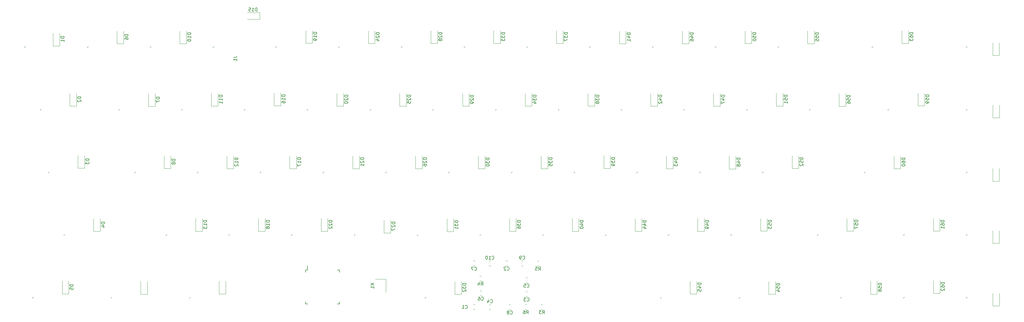
<source format=gbr>
%TF.GenerationSoftware,KiCad,Pcbnew,(5.1.12)-1*%
%TF.CreationDate,2022-03-05T19:22:20+03:30*%
%TF.ProjectId,JKB67,4a4b4236-372e-46b6-9963-61645f706362,rev?*%
%TF.SameCoordinates,Original*%
%TF.FileFunction,Legend,Bot*%
%TF.FilePolarity,Positive*%
%FSLAX46Y46*%
G04 Gerber Fmt 4.6, Leading zero omitted, Abs format (unit mm)*
G04 Created by KiCad (PCBNEW (5.1.12)-1) date 2022-03-05 19:22:20*
%MOMM*%
%LPD*%
G01*
G04 APERTURE LIST*
%ADD10C,0.120000*%
%ADD11C,0.150000*%
G04 APERTURE END LIST*
D10*
%TO.C,U72*%
X351212000Y-167499000D02*
X351212000Y-167799000D01*
X351512000Y-167499000D02*
X351212000Y-167499000D01*
%TO.C,U71*%
X351212000Y-148449000D02*
X351212000Y-148749000D01*
X351512000Y-148449000D02*
X351212000Y-148449000D01*
%TO.C,U70*%
X351200000Y-129386000D02*
X351200000Y-129686000D01*
X351500000Y-129386000D02*
X351200000Y-129386000D01*
%TO.C,U69*%
X351221000Y-110362000D02*
X351221000Y-110662000D01*
X351521000Y-110362000D02*
X351221000Y-110362000D01*
%TO.C,U68*%
X351212000Y-91311800D02*
X351212000Y-91611800D01*
X351512000Y-91311800D02*
X351212000Y-91311800D01*
%TO.C,U67*%
X322912000Y-91311800D02*
X322612000Y-91311800D01*
X322612000Y-91311800D02*
X322612000Y-91611800D01*
%TO.C,U66*%
X332162000Y-167499000D02*
X332162000Y-167799000D01*
X332462000Y-167499000D02*
X332162000Y-167499000D01*
%TO.C,U65*%
X332162000Y-148462000D02*
X332162000Y-148762000D01*
X332462000Y-148462000D02*
X332162000Y-148462000D01*
%TO.C,U64*%
X320575000Y-129412000D02*
X320275000Y-129412000D01*
X320275000Y-129412000D02*
X320275000Y-129712000D01*
%TO.C,U63*%
X327713000Y-110349000D02*
X327413000Y-110349000D01*
X327413000Y-110349000D02*
X327413000Y-110649000D01*
%TO.C,U62*%
X313087000Y-167512000D02*
X313087000Y-167812000D01*
X313387000Y-167512000D02*
X313087000Y-167512000D01*
%TO.C,U61*%
X306250000Y-148462000D02*
X305950000Y-148462000D01*
X305950000Y-148462000D02*
X305950000Y-148762000D01*
%TO.C,U60*%
X303600000Y-110349000D02*
X303600000Y-110649000D01*
X303900000Y-110349000D02*
X303600000Y-110349000D01*
%TO.C,U59*%
X294037000Y-91311800D02*
X294037000Y-91611800D01*
X294337000Y-91311800D02*
X294037000Y-91311800D01*
%TO.C,U58*%
X282513000Y-167563000D02*
X282213000Y-167563000D01*
X282213000Y-167563000D02*
X282213000Y-167863000D01*
%TO.C,U57*%
X279762000Y-148462000D02*
X279762000Y-148762000D01*
X280062000Y-148462000D02*
X279762000Y-148462000D01*
%TO.C,U56*%
X289325000Y-129399000D02*
X289325000Y-129699000D01*
X289625000Y-129399000D02*
X289325000Y-129399000D01*
%TO.C,U55*%
X284550000Y-110349000D02*
X284550000Y-110649000D01*
X284850000Y-110349000D02*
X284550000Y-110349000D01*
%TO.C,U54*%
X275000000Y-91311800D02*
X275000000Y-91611800D01*
X275300000Y-91311800D02*
X275000000Y-91311800D01*
%TO.C,U52*%
X260725000Y-148449000D02*
X260725000Y-148749000D01*
X261025000Y-148449000D02*
X260725000Y-148449000D01*
%TO.C,U51*%
X270275000Y-129399000D02*
X270275000Y-129699000D01*
X270575000Y-129399000D02*
X270275000Y-129399000D01*
%TO.C,U50*%
X265500000Y-110349000D02*
X265500000Y-110649000D01*
X265800000Y-110349000D02*
X265500000Y-110349000D01*
%TO.C,U49*%
X255950000Y-91311800D02*
X255950000Y-91611800D01*
X256250000Y-91311800D02*
X255950000Y-91311800D01*
%TO.C,U48*%
X258688000Y-167563000D02*
X258388000Y-167563000D01*
X258388000Y-167563000D02*
X258388000Y-167863000D01*
%TO.C,U47*%
X241675000Y-148487000D02*
X241675000Y-148787000D01*
X241975000Y-148487000D02*
X241675000Y-148487000D01*
%TO.C,U46*%
X251225000Y-129399000D02*
X251225000Y-129699000D01*
X251525000Y-129399000D02*
X251225000Y-129399000D01*
%TO.C,U45*%
X246437000Y-110374000D02*
X246437000Y-110674000D01*
X246737000Y-110374000D02*
X246437000Y-110374000D01*
%TO.C,U44*%
X236900000Y-91311800D02*
X236900000Y-91611800D01*
X237200000Y-91311800D02*
X236900000Y-91311800D01*
%TO.C,U43*%
X222638000Y-148474000D02*
X222638000Y-148774000D01*
X222938000Y-148474000D02*
X222638000Y-148474000D01*
%TO.C,U42*%
X232175000Y-129412000D02*
X232175000Y-129712000D01*
X232475000Y-129412000D02*
X232175000Y-129412000D01*
%TO.C,U41*%
X227387000Y-110362000D02*
X227387000Y-110662000D01*
X227687000Y-110362000D02*
X227387000Y-110362000D01*
%TO.C,U40*%
X217837000Y-91311800D02*
X217837000Y-91611800D01*
X218137000Y-91311800D02*
X217837000Y-91311800D01*
%TO.C,U39*%
X203588000Y-148474000D02*
X203588000Y-148774000D01*
X203888000Y-148474000D02*
X203588000Y-148474000D01*
%TO.C,U38*%
X213151000Y-129424000D02*
X213151000Y-129724000D01*
X213451000Y-129424000D02*
X213151000Y-129424000D01*
%TO.C,U37*%
X208337000Y-110362000D02*
X208337000Y-110662000D01*
X208637000Y-110362000D02*
X208337000Y-110362000D01*
%TO.C,U36*%
X198787000Y-91311800D02*
X198787000Y-91611800D01*
X199087000Y-91311800D02*
X198787000Y-91311800D01*
%TO.C,U35*%
X187238000Y-167512000D02*
X186938000Y-167512000D01*
X186938000Y-167512000D02*
X186938000Y-167812000D01*
%TO.C,U34*%
X184550000Y-148487000D02*
X184550000Y-148787000D01*
X184850000Y-148487000D02*
X184550000Y-148487000D01*
%TO.C,U33*%
X194088000Y-129412000D02*
X194088000Y-129712000D01*
X194388000Y-129412000D02*
X194088000Y-129412000D01*
%TO.C,U32*%
X189287000Y-110374000D02*
X189287000Y-110674000D01*
X189587000Y-110374000D02*
X189287000Y-110374000D01*
%TO.C,U31*%
X179750000Y-91311800D02*
X179750000Y-91611800D01*
X180050000Y-91311800D02*
X179750000Y-91311800D01*
%TO.C,U30*%
X165488000Y-148474000D02*
X165488000Y-148774000D01*
X165788000Y-148474000D02*
X165488000Y-148474000D01*
%TO.C,U29*%
X175038000Y-129424000D02*
X175038000Y-129724000D01*
X175338000Y-129424000D02*
X175038000Y-129424000D01*
%TO.C,U28*%
X170225000Y-110362000D02*
X170225000Y-110662000D01*
X170525000Y-110362000D02*
X170225000Y-110362000D01*
%TO.C,U27*%
X160700000Y-91311800D02*
X160700000Y-91611800D01*
X161000000Y-91311800D02*
X160700000Y-91311800D01*
%TO.C,U26*%
X146425000Y-148462000D02*
X146425000Y-148762000D01*
X146725000Y-148462000D02*
X146425000Y-148462000D01*
%TO.C,U25*%
X155975000Y-129412000D02*
X155975000Y-129712000D01*
X156275000Y-129412000D02*
X155975000Y-129412000D01*
%TO.C,U24*%
X151162000Y-110374000D02*
X151162000Y-110674000D01*
X151462000Y-110374000D02*
X151162000Y-110374000D01*
%TO.C,U23*%
X141662000Y-91311800D02*
X141662000Y-91611800D01*
X141962000Y-91311800D02*
X141662000Y-91311800D01*
%TO.C,U20*%
X127388000Y-148449000D02*
X127388000Y-148749000D01*
X127688000Y-148449000D02*
X127388000Y-148449000D01*
%TO.C,U19*%
X136900000Y-129412000D02*
X136900000Y-129712000D01*
X137200000Y-129412000D02*
X136900000Y-129412000D01*
%TO.C,U18*%
X132112000Y-110362000D02*
X132112000Y-110662000D01*
X132412000Y-110362000D02*
X132112000Y-110362000D01*
%TO.C,U17*%
X122600000Y-91311800D02*
X122600000Y-91611800D01*
X122900000Y-91311800D02*
X122600000Y-91311800D01*
%TO.C,U14*%
X115775000Y-167537000D02*
X115475000Y-167537000D01*
X115475000Y-167537000D02*
X115475000Y-167837000D01*
%TO.C,U13*%
X108338000Y-148449000D02*
X108338000Y-148749000D01*
X108638000Y-148449000D02*
X108338000Y-148449000D01*
%TO.C,U12*%
X117850000Y-129412000D02*
X117850000Y-129712000D01*
X118150000Y-129412000D02*
X117850000Y-129412000D01*
%TO.C,U11*%
X113087000Y-110362000D02*
X113087000Y-110662000D01*
X113387000Y-110362000D02*
X113087000Y-110362000D01*
%TO.C,U10*%
X103550000Y-91311800D02*
X103550000Y-91611800D01*
X103850000Y-91311800D02*
X103550000Y-91311800D01*
%TO.C,U9*%
X91962500Y-167524000D02*
X91662500Y-167524000D01*
X91662500Y-167524000D02*
X91662500Y-167824000D01*
%TO.C,U8*%
X98800000Y-129424000D02*
X98800000Y-129724000D01*
X99100000Y-129424000D02*
X98800000Y-129424000D01*
%TO.C,U7*%
X94037400Y-110362000D02*
X94037400Y-110662000D01*
X94337400Y-110362000D02*
X94037400Y-110362000D01*
%TO.C,U6*%
X84499700Y-91311800D02*
X84499700Y-91611800D01*
X84799700Y-91311800D02*
X84499700Y-91311800D01*
%TO.C,U5*%
X68137300Y-167524000D02*
X67837300Y-167524000D01*
X67837300Y-167524000D02*
X67837300Y-167824000D01*
%TO.C,U4*%
X77662300Y-148462000D02*
X77362300Y-148462000D01*
X77362300Y-148462000D02*
X77362300Y-148762000D01*
%TO.C,U3*%
X72899800Y-129424000D02*
X72599800Y-129424000D01*
X72599800Y-129424000D02*
X72599800Y-129724000D01*
%TO.C,U2*%
X70512200Y-110374000D02*
X70212200Y-110374000D01*
X70212200Y-110374000D02*
X70212200Y-110674000D01*
%TO.C,U1*%
X65449700Y-91324500D02*
X65449700Y-91624500D01*
X65749700Y-91324500D02*
X65449700Y-91324500D01*
D11*
%TO.C,U53*%
X150679000Y-159188000D02*
X151254000Y-159188000D01*
X150679000Y-169538000D02*
X151354000Y-169538000D01*
X161029000Y-169538000D02*
X160354000Y-169538000D01*
X161029000Y-159188000D02*
X160354000Y-159188000D01*
X150679000Y-159188000D02*
X150679000Y-159863000D01*
X161029000Y-159188000D02*
X161029000Y-159863000D01*
X161029000Y-169538000D02*
X161029000Y-168863000D01*
X150679000Y-169538000D02*
X150679000Y-168863000D01*
X151254000Y-159188000D02*
X151254000Y-157913000D01*
D10*
%TO.C,D68*%
X361261000Y-170107000D02*
X361261000Y-166257000D01*
X359261000Y-170107000D02*
X359261000Y-166257000D01*
X361261000Y-170107000D02*
X359261000Y-170107000D01*
%TO.C,D67*%
X361210000Y-151072000D02*
X361210000Y-147222000D01*
X359210000Y-151072000D02*
X359210000Y-147222000D01*
X361210000Y-151072000D02*
X359210000Y-151072000D01*
%TO.C,D66*%
X361223000Y-132149000D02*
X361223000Y-128299000D01*
X359223000Y-132149000D02*
X359223000Y-128299000D01*
X361223000Y-132149000D02*
X359223000Y-132149000D01*
%TO.C,D65*%
X361236000Y-112909000D02*
X361236000Y-109059000D01*
X359236000Y-112909000D02*
X359236000Y-109059000D01*
X361236000Y-112909000D02*
X359236000Y-112909000D01*
%TO.C,D64*%
X361210000Y-93947800D02*
X361210000Y-90097800D01*
X359210000Y-93947800D02*
X359210000Y-90097800D01*
X361210000Y-93947800D02*
X359210000Y-93947800D01*
%TO.C,D63*%
X333626000Y-90249100D02*
X333626000Y-86399100D01*
X331626000Y-90249100D02*
X331626000Y-86399100D01*
X333626000Y-90249100D02*
X331626000Y-90249100D01*
%TO.C,D62*%
X343202000Y-166271000D02*
X343202000Y-162421000D01*
X341202000Y-166271000D02*
X341202000Y-162421000D01*
X343202000Y-166271000D02*
X341202000Y-166271000D01*
%TO.C,D61*%
X343163000Y-147374000D02*
X343163000Y-143524000D01*
X341163000Y-147374000D02*
X341163000Y-143524000D01*
X343163000Y-147374000D02*
X341163000Y-147374000D01*
%TO.C,D60*%
X331251000Y-128400000D02*
X331251000Y-124550000D01*
X329251000Y-128400000D02*
X329251000Y-124550000D01*
X331251000Y-128400000D02*
X329251000Y-128400000D01*
%TO.C,D59*%
X338528000Y-109248000D02*
X338528000Y-105398000D01*
X336528000Y-109248000D02*
X336528000Y-105398000D01*
X338528000Y-109248000D02*
X336528000Y-109248000D01*
%TO.C,D58*%
X324126000Y-166513000D02*
X324126000Y-162663000D01*
X322126000Y-166513000D02*
X322126000Y-162663000D01*
X324126000Y-166513000D02*
X322126000Y-166513000D01*
%TO.C,D57*%
X316951000Y-147336000D02*
X316951000Y-143486000D01*
X314951000Y-147336000D02*
X314951000Y-143486000D01*
X316951000Y-147336000D02*
X314951000Y-147336000D01*
%TO.C,D56*%
X314601000Y-109375000D02*
X314601000Y-105525000D01*
X312601000Y-109375000D02*
X312601000Y-105525000D01*
X314601000Y-109375000D02*
X312601000Y-109375000D01*
%TO.C,D55*%
X305051000Y-90322300D02*
X305051000Y-86472300D01*
X303051000Y-90322300D02*
X303051000Y-86472300D01*
X305051000Y-90322300D02*
X303051000Y-90322300D01*
%TO.C,D54*%
X293240000Y-166589000D02*
X293240000Y-162739000D01*
X291240000Y-166589000D02*
X291240000Y-162739000D01*
X293240000Y-166589000D02*
X291240000Y-166589000D01*
%TO.C,D53*%
X290763000Y-147374000D02*
X290763000Y-143524000D01*
X288763000Y-147374000D02*
X288763000Y-143524000D01*
X290763000Y-147374000D02*
X288763000Y-147374000D01*
%TO.C,D52*%
X300326000Y-128324000D02*
X300326000Y-124474000D01*
X298326000Y-128324000D02*
X298326000Y-124474000D01*
X300326000Y-128324000D02*
X298326000Y-128324000D01*
%TO.C,D51*%
X295551000Y-109286000D02*
X295551000Y-105436000D01*
X293551000Y-109286000D02*
X293551000Y-105436000D01*
X295551000Y-109286000D02*
X293551000Y-109286000D01*
%TO.C,D50*%
X286026000Y-90287200D02*
X286026000Y-86437200D01*
X284026000Y-90287200D02*
X284026000Y-86437200D01*
X286026000Y-90287200D02*
X284026000Y-90287200D01*
%TO.C,D49*%
X271688000Y-147412000D02*
X271688000Y-143562000D01*
X269688000Y-147412000D02*
X269688000Y-143562000D01*
X271688000Y-147412000D02*
X269688000Y-147412000D01*
%TO.C,D48*%
X281264000Y-128425000D02*
X281264000Y-124575000D01*
X279264000Y-128425000D02*
X279264000Y-124575000D01*
X281264000Y-128425000D02*
X279264000Y-128425000D01*
%TO.C,D47*%
X276488000Y-109324000D02*
X276488000Y-105474000D01*
X274488000Y-109324000D02*
X274488000Y-105474000D01*
X276488000Y-109324000D02*
X274488000Y-109324000D01*
%TO.C,D46*%
X267014000Y-90353700D02*
X267014000Y-86503700D01*
X265014000Y-90353700D02*
X265014000Y-86503700D01*
X267014000Y-90353700D02*
X265014000Y-90353700D01*
%TO.C,D45*%
X269389000Y-166474000D02*
X269389000Y-162624000D01*
X267389000Y-166474000D02*
X267389000Y-162624000D01*
X269389000Y-166474000D02*
X267389000Y-166474000D01*
%TO.C,D44*%
X252701000Y-147450000D02*
X252701000Y-143600000D01*
X250701000Y-147450000D02*
X250701000Y-143600000D01*
X252701000Y-147450000D02*
X250701000Y-147450000D01*
%TO.C,D43*%
X262214000Y-128365000D02*
X262214000Y-124515000D01*
X260214000Y-128365000D02*
X260214000Y-124515000D01*
X262214000Y-128365000D02*
X260214000Y-128365000D01*
%TO.C,D42*%
X257464000Y-109328000D02*
X257464000Y-105478000D01*
X255464000Y-109328000D02*
X255464000Y-105478000D01*
X257464000Y-109328000D02*
X255464000Y-109328000D01*
%TO.C,D41*%
X247926000Y-90360400D02*
X247926000Y-86510400D01*
X245926000Y-90360400D02*
X245926000Y-86510400D01*
X247926000Y-90360400D02*
X245926000Y-90360400D01*
%TO.C,D40*%
X233626000Y-147389000D02*
X233626000Y-143539000D01*
X231626000Y-147389000D02*
X231626000Y-143539000D01*
X233626000Y-147389000D02*
X231626000Y-147389000D01*
%TO.C,D39*%
X243189000Y-128276000D02*
X243189000Y-124426000D01*
X241189000Y-128276000D02*
X241189000Y-124426000D01*
X243189000Y-128276000D02*
X241189000Y-128276000D01*
%TO.C,D38*%
X238401000Y-109337000D02*
X238401000Y-105487000D01*
X236401000Y-109337000D02*
X236401000Y-105487000D01*
X238401000Y-109337000D02*
X236401000Y-109337000D01*
%TO.C,D37*%
X228825000Y-90249100D02*
X228825000Y-86399100D01*
X226825000Y-90249100D02*
X226825000Y-86399100D01*
X228825000Y-90249100D02*
X226825000Y-90249100D01*
%TO.C,D36*%
X214576000Y-147412000D02*
X214576000Y-143562000D01*
X212576000Y-147412000D02*
X212576000Y-143562000D01*
X214576000Y-147412000D02*
X212576000Y-147412000D01*
%TO.C,D35*%
X224164000Y-128349000D02*
X224164000Y-124499000D01*
X222164000Y-128349000D02*
X222164000Y-124499000D01*
X224164000Y-128349000D02*
X222164000Y-128349000D01*
%TO.C,D34*%
X219351000Y-109337000D02*
X219351000Y-105487000D01*
X217351000Y-109337000D02*
X217351000Y-105487000D01*
X219351000Y-109337000D02*
X217351000Y-109337000D01*
%TO.C,D33*%
X209788000Y-90239400D02*
X209788000Y-86389400D01*
X207788000Y-90239400D02*
X207788000Y-86389400D01*
X209788000Y-90239400D02*
X207788000Y-90239400D01*
%TO.C,D32*%
X197990000Y-166576000D02*
X197990000Y-162726000D01*
X195990000Y-166576000D02*
X195990000Y-162726000D01*
X197990000Y-166576000D02*
X195990000Y-166576000D01*
%TO.C,D31*%
X195602000Y-147488000D02*
X195602000Y-143638000D01*
X193602000Y-147488000D02*
X193602000Y-143638000D01*
X195602000Y-147488000D02*
X193602000Y-147488000D01*
%TO.C,D30*%
X205114000Y-128400000D02*
X205114000Y-124550000D01*
X203114000Y-128400000D02*
X203114000Y-124550000D01*
X205114000Y-128400000D02*
X203114000Y-128400000D01*
%TO.C,D29*%
X200326000Y-109350000D02*
X200326000Y-105500000D01*
X198326000Y-109350000D02*
X198326000Y-105500000D01*
X200326000Y-109350000D02*
X198326000Y-109350000D01*
%TO.C,D28*%
X190751000Y-90249100D02*
X190751000Y-86399100D01*
X188751000Y-90249100D02*
X188751000Y-86399100D01*
X190751000Y-90249100D02*
X188751000Y-90249100D01*
%TO.C,D27*%
X176501000Y-147897000D02*
X176501000Y-144047000D01*
X174501000Y-147897000D02*
X174501000Y-144047000D01*
X176501000Y-147897000D02*
X174501000Y-147897000D01*
%TO.C,D26*%
X186052000Y-128378000D02*
X186052000Y-124528000D01*
X184052000Y-128378000D02*
X184052000Y-124528000D01*
X186052000Y-128378000D02*
X184052000Y-128378000D01*
%TO.C,D25*%
X181238000Y-109324000D02*
X181238000Y-105474000D01*
X179238000Y-109324000D02*
X179238000Y-105474000D01*
X181238000Y-109324000D02*
X179238000Y-109324000D01*
%TO.C,D24*%
X171726000Y-90287200D02*
X171726000Y-86437200D01*
X169726000Y-90287200D02*
X169726000Y-86437200D01*
X171726000Y-90287200D02*
X169726000Y-90287200D01*
%TO.C,D22*%
X157426000Y-147402000D02*
X157426000Y-143552000D01*
X155426000Y-147402000D02*
X155426000Y-143552000D01*
X157426000Y-147402000D02*
X155426000Y-147402000D01*
%TO.C,D21*%
X167002000Y-128349000D02*
X167002000Y-124499000D01*
X165002000Y-128349000D02*
X165002000Y-124499000D01*
X167002000Y-128349000D02*
X165002000Y-128349000D01*
%TO.C,D20*%
X162176000Y-109337000D02*
X162176000Y-105487000D01*
X160176000Y-109337000D02*
X160176000Y-105487000D01*
X162176000Y-109337000D02*
X160176000Y-109337000D01*
%TO.C,D19*%
X152752000Y-90185600D02*
X152752000Y-86335600D01*
X150752000Y-90185600D02*
X150752000Y-86335600D01*
X152752000Y-90185600D02*
X150752000Y-90185600D01*
%TO.C,D18*%
X138389000Y-147402000D02*
X138389000Y-143552000D01*
X136389000Y-147402000D02*
X136389000Y-143552000D01*
X138389000Y-147402000D02*
X136389000Y-147402000D01*
%TO.C,D17*%
X147914000Y-128374000D02*
X147914000Y-124524000D01*
X145914000Y-128374000D02*
X145914000Y-124524000D01*
X147914000Y-128374000D02*
X145914000Y-128374000D01*
%TO.C,D16*%
X143126000Y-109223000D02*
X143126000Y-105373000D01*
X141126000Y-109223000D02*
X141126000Y-105373000D01*
X143126000Y-109223000D02*
X141126000Y-109223000D01*
%TO.C,D15*%
X136823000Y-80889600D02*
X132973000Y-80889600D01*
X136823000Y-82889600D02*
X132973000Y-82889600D01*
X136823000Y-80889600D02*
X136823000Y-82889600D01*
%TO.C,D14*%
X126489000Y-166462000D02*
X126489000Y-162612000D01*
X124489000Y-166462000D02*
X124489000Y-162612000D01*
X126489000Y-166462000D02*
X124489000Y-166462000D01*
%TO.C,D13*%
X119364000Y-147389000D02*
X119364000Y-143539000D01*
X117364000Y-147389000D02*
X117364000Y-143539000D01*
X119364000Y-147389000D02*
X117364000Y-147389000D01*
%TO.C,D12*%
X128851000Y-128400000D02*
X128851000Y-124550000D01*
X126851000Y-128400000D02*
X126851000Y-124550000D01*
X128851000Y-128400000D02*
X126851000Y-128400000D01*
%TO.C,D11*%
X124088000Y-109324000D02*
X124088000Y-105474000D01*
X122088000Y-109324000D02*
X122088000Y-105474000D01*
X124088000Y-109324000D02*
X122088000Y-109324000D01*
%TO.C,D10*%
X114538000Y-90376100D02*
X114538000Y-86526100D01*
X112538000Y-90376100D02*
X112538000Y-86526100D01*
X114538000Y-90376100D02*
X112538000Y-90376100D01*
%TO.C,D9*%
X102664000Y-166525000D02*
X102664000Y-162675000D01*
X100664000Y-166525000D02*
X100664000Y-162675000D01*
X102664000Y-166525000D02*
X100664000Y-166525000D01*
%TO.C,D8*%
X109814000Y-128289000D02*
X109814000Y-124439000D01*
X107814000Y-128289000D02*
X107814000Y-124439000D01*
X109814000Y-128289000D02*
X107814000Y-128289000D01*
%TO.C,D7*%
X105051000Y-109401000D02*
X105051000Y-105551000D01*
X103051000Y-109401000D02*
X103051000Y-105551000D01*
X105051000Y-109401000D02*
X103051000Y-109401000D01*
%TO.C,D6*%
X95488000Y-90376100D02*
X95488000Y-86526100D01*
X93488000Y-90376100D02*
X93488000Y-86526100D01*
X95488000Y-90376100D02*
X93488000Y-90376100D01*
%TO.C,D5*%
X78838300Y-166449000D02*
X78838300Y-162599000D01*
X76838300Y-166449000D02*
X76838300Y-162599000D01*
X78838300Y-166449000D02*
X76838300Y-166449000D01*
%TO.C,D4*%
X88376000Y-147450000D02*
X88376000Y-143600000D01*
X86376000Y-147450000D02*
X86376000Y-143600000D01*
X88376000Y-147450000D02*
X86376000Y-147450000D01*
%TO.C,D3*%
X83613500Y-128212000D02*
X83613500Y-124362000D01*
X81613500Y-128212000D02*
X81613500Y-124362000D01*
X83613500Y-128212000D02*
X81613500Y-128212000D01*
%TO.C,D2*%
X81162400Y-109322000D02*
X81162400Y-105472000D01*
X79162400Y-109322000D02*
X79162400Y-105472000D01*
X81162400Y-109322000D02*
X79162400Y-109322000D01*
%TO.C,D1*%
X76107800Y-91001400D02*
X76107800Y-87151400D01*
X74107800Y-91001400D02*
X74107800Y-87151400D01*
X76107800Y-91001400D02*
X74107800Y-91001400D01*
%TO.C,X1*%
X171882000Y-161995000D02*
X175082000Y-161995000D01*
X175082000Y-161995000D02*
X175082000Y-165995000D01*
%TO.C,R6*%
X217301936Y-171149000D02*
X217756064Y-171149000D01*
X217301936Y-169679000D02*
X217756064Y-169679000D01*
%TO.C,R5*%
X220984936Y-157923000D02*
X221439064Y-157923000D01*
X220984936Y-156453000D02*
X221439064Y-156453000D01*
%TO.C,R4*%
X203570936Y-162492000D02*
X204025064Y-162492000D01*
X203570936Y-161022000D02*
X204025064Y-161022000D01*
%TO.C,R3*%
X222190936Y-171144000D02*
X222645064Y-171144000D01*
X222190936Y-169674000D02*
X222645064Y-169674000D01*
%TO.C,C10*%
X206881252Y-156432000D02*
X206358748Y-156432000D01*
X206881252Y-157902000D02*
X206358748Y-157902000D01*
%TO.C,C9*%
X216724252Y-156420000D02*
X216201748Y-156420000D01*
X216724252Y-157890000D02*
X216201748Y-157890000D01*
%TO.C,C8*%
X212415748Y-171212000D02*
X212938252Y-171212000D01*
X212415748Y-169742000D02*
X212938252Y-169742000D01*
%TO.C,C7*%
X201548748Y-157902000D02*
X202071252Y-157902000D01*
X201548748Y-156432000D02*
X202071252Y-156432000D01*
%TO.C,C6*%
X203630748Y-166996000D02*
X204153252Y-166996000D01*
X203630748Y-165526000D02*
X204153252Y-165526000D01*
%TO.C,C5*%
X217471748Y-163054000D02*
X217994252Y-163054000D01*
X217471748Y-161584000D02*
X217994252Y-161584000D01*
%TO.C,C4*%
X206907252Y-169750000D02*
X206384748Y-169750000D01*
X206907252Y-171220000D02*
X206384748Y-171220000D01*
%TO.C,C3*%
X217496748Y-167270000D02*
X218019252Y-167270000D01*
X217496748Y-165800000D02*
X218019252Y-165800000D01*
%TO.C,C2*%
X211435748Y-157877000D02*
X211958252Y-157877000D01*
X211435748Y-156407000D02*
X211958252Y-156407000D01*
%TO.C,C1*%
X201545748Y-171194000D02*
X202068252Y-171194000D01*
X201545748Y-169724000D02*
X202068252Y-169724000D01*
%TO.C,J1*%
D11*
X128844860Y-94510266D02*
X129559146Y-94510266D01*
X129702003Y-94462647D01*
X129797241Y-94367409D01*
X129844860Y-94224552D01*
X129844860Y-94129314D01*
X129844860Y-95510266D02*
X129844860Y-94938838D01*
X129844860Y-95224552D02*
X128844860Y-95224552D01*
X128987718Y-95129314D01*
X129082956Y-95034076D01*
X129130575Y-94938838D01*
%TO.C,D63*%
X334983380Y-86961814D02*
X333983380Y-86961814D01*
X333983380Y-87199909D01*
X334031000Y-87342766D01*
X334126238Y-87438004D01*
X334221476Y-87485623D01*
X334411952Y-87533242D01*
X334554809Y-87533242D01*
X334745285Y-87485623D01*
X334840523Y-87438004D01*
X334935761Y-87342766D01*
X334983380Y-87199909D01*
X334983380Y-86961814D01*
X333983380Y-88390385D02*
X333983380Y-88199909D01*
X334031000Y-88104671D01*
X334078619Y-88057052D01*
X334221476Y-87961814D01*
X334411952Y-87914195D01*
X334792904Y-87914195D01*
X334888142Y-87961814D01*
X334935761Y-88009433D01*
X334983380Y-88104671D01*
X334983380Y-88295147D01*
X334935761Y-88390385D01*
X334888142Y-88438004D01*
X334792904Y-88485623D01*
X334554809Y-88485623D01*
X334459571Y-88438004D01*
X334411952Y-88390385D01*
X334364333Y-88295147D01*
X334364333Y-88104671D01*
X334411952Y-88009433D01*
X334459571Y-87961814D01*
X334554809Y-87914195D01*
X333983380Y-88818957D02*
X333983380Y-89438004D01*
X334364333Y-89104671D01*
X334364333Y-89247528D01*
X334411952Y-89342766D01*
X334459571Y-89390385D01*
X334554809Y-89438004D01*
X334792904Y-89438004D01*
X334888142Y-89390385D01*
X334935761Y-89342766D01*
X334983380Y-89247528D01*
X334983380Y-88961814D01*
X334935761Y-88866576D01*
X334888142Y-88818957D01*
%TO.C,D62*%
X344559380Y-162983714D02*
X343559380Y-162983714D01*
X343559380Y-163221809D01*
X343607000Y-163364666D01*
X343702238Y-163459904D01*
X343797476Y-163507523D01*
X343987952Y-163555142D01*
X344130809Y-163555142D01*
X344321285Y-163507523D01*
X344416523Y-163459904D01*
X344511761Y-163364666D01*
X344559380Y-163221809D01*
X344559380Y-162983714D01*
X343559380Y-164412285D02*
X343559380Y-164221809D01*
X343607000Y-164126571D01*
X343654619Y-164078952D01*
X343797476Y-163983714D01*
X343987952Y-163936095D01*
X344368904Y-163936095D01*
X344464142Y-163983714D01*
X344511761Y-164031333D01*
X344559380Y-164126571D01*
X344559380Y-164317047D01*
X344511761Y-164412285D01*
X344464142Y-164459904D01*
X344368904Y-164507523D01*
X344130809Y-164507523D01*
X344035571Y-164459904D01*
X343987952Y-164412285D01*
X343940333Y-164317047D01*
X343940333Y-164126571D01*
X343987952Y-164031333D01*
X344035571Y-163983714D01*
X344130809Y-163936095D01*
X343654619Y-164888476D02*
X343607000Y-164936095D01*
X343559380Y-165031333D01*
X343559380Y-165269428D01*
X343607000Y-165364666D01*
X343654619Y-165412285D01*
X343749857Y-165459904D01*
X343845095Y-165459904D01*
X343987952Y-165412285D01*
X344559380Y-164840857D01*
X344559380Y-165459904D01*
%TO.C,D61*%
X344520380Y-144086714D02*
X343520380Y-144086714D01*
X343520380Y-144324809D01*
X343568000Y-144467666D01*
X343663238Y-144562904D01*
X343758476Y-144610523D01*
X343948952Y-144658142D01*
X344091809Y-144658142D01*
X344282285Y-144610523D01*
X344377523Y-144562904D01*
X344472761Y-144467666D01*
X344520380Y-144324809D01*
X344520380Y-144086714D01*
X343520380Y-145515285D02*
X343520380Y-145324809D01*
X343568000Y-145229571D01*
X343615619Y-145181952D01*
X343758476Y-145086714D01*
X343948952Y-145039095D01*
X344329904Y-145039095D01*
X344425142Y-145086714D01*
X344472761Y-145134333D01*
X344520380Y-145229571D01*
X344520380Y-145420047D01*
X344472761Y-145515285D01*
X344425142Y-145562904D01*
X344329904Y-145610523D01*
X344091809Y-145610523D01*
X343996571Y-145562904D01*
X343948952Y-145515285D01*
X343901333Y-145420047D01*
X343901333Y-145229571D01*
X343948952Y-145134333D01*
X343996571Y-145086714D01*
X344091809Y-145039095D01*
X344520380Y-146562904D02*
X344520380Y-145991476D01*
X344520380Y-146277190D02*
X343520380Y-146277190D01*
X343663238Y-146181952D01*
X343758476Y-146086714D01*
X343806095Y-145991476D01*
%TO.C,D60*%
X332608380Y-125112714D02*
X331608380Y-125112714D01*
X331608380Y-125350809D01*
X331656000Y-125493666D01*
X331751238Y-125588904D01*
X331846476Y-125636523D01*
X332036952Y-125684142D01*
X332179809Y-125684142D01*
X332370285Y-125636523D01*
X332465523Y-125588904D01*
X332560761Y-125493666D01*
X332608380Y-125350809D01*
X332608380Y-125112714D01*
X331608380Y-126541285D02*
X331608380Y-126350809D01*
X331656000Y-126255571D01*
X331703619Y-126207952D01*
X331846476Y-126112714D01*
X332036952Y-126065095D01*
X332417904Y-126065095D01*
X332513142Y-126112714D01*
X332560761Y-126160333D01*
X332608380Y-126255571D01*
X332608380Y-126446047D01*
X332560761Y-126541285D01*
X332513142Y-126588904D01*
X332417904Y-126636523D01*
X332179809Y-126636523D01*
X332084571Y-126588904D01*
X332036952Y-126541285D01*
X331989333Y-126446047D01*
X331989333Y-126255571D01*
X332036952Y-126160333D01*
X332084571Y-126112714D01*
X332179809Y-126065095D01*
X331608380Y-127255571D02*
X331608380Y-127350809D01*
X331656000Y-127446047D01*
X331703619Y-127493666D01*
X331798857Y-127541285D01*
X331989333Y-127588904D01*
X332227428Y-127588904D01*
X332417904Y-127541285D01*
X332513142Y-127493666D01*
X332560761Y-127446047D01*
X332608380Y-127350809D01*
X332608380Y-127255571D01*
X332560761Y-127160333D01*
X332513142Y-127112714D01*
X332417904Y-127065095D01*
X332227428Y-127017476D01*
X331989333Y-127017476D01*
X331798857Y-127065095D01*
X331703619Y-127112714D01*
X331656000Y-127160333D01*
X331608380Y-127255571D01*
%TO.C,D59*%
X339885380Y-105960714D02*
X338885380Y-105960714D01*
X338885380Y-106198809D01*
X338933000Y-106341666D01*
X339028238Y-106436904D01*
X339123476Y-106484523D01*
X339313952Y-106532142D01*
X339456809Y-106532142D01*
X339647285Y-106484523D01*
X339742523Y-106436904D01*
X339837761Y-106341666D01*
X339885380Y-106198809D01*
X339885380Y-105960714D01*
X338885380Y-107436904D02*
X338885380Y-106960714D01*
X339361571Y-106913095D01*
X339313952Y-106960714D01*
X339266333Y-107055952D01*
X339266333Y-107294047D01*
X339313952Y-107389285D01*
X339361571Y-107436904D01*
X339456809Y-107484523D01*
X339694904Y-107484523D01*
X339790142Y-107436904D01*
X339837761Y-107389285D01*
X339885380Y-107294047D01*
X339885380Y-107055952D01*
X339837761Y-106960714D01*
X339790142Y-106913095D01*
X339885380Y-107960714D02*
X339885380Y-108151190D01*
X339837761Y-108246428D01*
X339790142Y-108294047D01*
X339647285Y-108389285D01*
X339456809Y-108436904D01*
X339075857Y-108436904D01*
X338980619Y-108389285D01*
X338933000Y-108341666D01*
X338885380Y-108246428D01*
X338885380Y-108055952D01*
X338933000Y-107960714D01*
X338980619Y-107913095D01*
X339075857Y-107865476D01*
X339313952Y-107865476D01*
X339409190Y-107913095D01*
X339456809Y-107960714D01*
X339504428Y-108055952D01*
X339504428Y-108246428D01*
X339456809Y-108341666D01*
X339409190Y-108389285D01*
X339313952Y-108436904D01*
%TO.C,D58*%
X325483380Y-163225714D02*
X324483380Y-163225714D01*
X324483380Y-163463809D01*
X324531000Y-163606666D01*
X324626238Y-163701904D01*
X324721476Y-163749523D01*
X324911952Y-163797142D01*
X325054809Y-163797142D01*
X325245285Y-163749523D01*
X325340523Y-163701904D01*
X325435761Y-163606666D01*
X325483380Y-163463809D01*
X325483380Y-163225714D01*
X324483380Y-164701904D02*
X324483380Y-164225714D01*
X324959571Y-164178095D01*
X324911952Y-164225714D01*
X324864333Y-164320952D01*
X324864333Y-164559047D01*
X324911952Y-164654285D01*
X324959571Y-164701904D01*
X325054809Y-164749523D01*
X325292904Y-164749523D01*
X325388142Y-164701904D01*
X325435761Y-164654285D01*
X325483380Y-164559047D01*
X325483380Y-164320952D01*
X325435761Y-164225714D01*
X325388142Y-164178095D01*
X324911952Y-165320952D02*
X324864333Y-165225714D01*
X324816714Y-165178095D01*
X324721476Y-165130476D01*
X324673857Y-165130476D01*
X324578619Y-165178095D01*
X324531000Y-165225714D01*
X324483380Y-165320952D01*
X324483380Y-165511428D01*
X324531000Y-165606666D01*
X324578619Y-165654285D01*
X324673857Y-165701904D01*
X324721476Y-165701904D01*
X324816714Y-165654285D01*
X324864333Y-165606666D01*
X324911952Y-165511428D01*
X324911952Y-165320952D01*
X324959571Y-165225714D01*
X325007190Y-165178095D01*
X325102428Y-165130476D01*
X325292904Y-165130476D01*
X325388142Y-165178095D01*
X325435761Y-165225714D01*
X325483380Y-165320952D01*
X325483380Y-165511428D01*
X325435761Y-165606666D01*
X325388142Y-165654285D01*
X325292904Y-165701904D01*
X325102428Y-165701904D01*
X325007190Y-165654285D01*
X324959571Y-165606666D01*
X324911952Y-165511428D01*
%TO.C,D57*%
X318308380Y-144048714D02*
X317308380Y-144048714D01*
X317308380Y-144286809D01*
X317356000Y-144429666D01*
X317451238Y-144524904D01*
X317546476Y-144572523D01*
X317736952Y-144620142D01*
X317879809Y-144620142D01*
X318070285Y-144572523D01*
X318165523Y-144524904D01*
X318260761Y-144429666D01*
X318308380Y-144286809D01*
X318308380Y-144048714D01*
X317308380Y-145524904D02*
X317308380Y-145048714D01*
X317784571Y-145001095D01*
X317736952Y-145048714D01*
X317689333Y-145143952D01*
X317689333Y-145382047D01*
X317736952Y-145477285D01*
X317784571Y-145524904D01*
X317879809Y-145572523D01*
X318117904Y-145572523D01*
X318213142Y-145524904D01*
X318260761Y-145477285D01*
X318308380Y-145382047D01*
X318308380Y-145143952D01*
X318260761Y-145048714D01*
X318213142Y-145001095D01*
X317308380Y-145905857D02*
X317308380Y-146572523D01*
X318308380Y-146143952D01*
%TO.C,D56*%
X315958380Y-106087714D02*
X314958380Y-106087714D01*
X314958380Y-106325809D01*
X315006000Y-106468666D01*
X315101238Y-106563904D01*
X315196476Y-106611523D01*
X315386952Y-106659142D01*
X315529809Y-106659142D01*
X315720285Y-106611523D01*
X315815523Y-106563904D01*
X315910761Y-106468666D01*
X315958380Y-106325809D01*
X315958380Y-106087714D01*
X314958380Y-107563904D02*
X314958380Y-107087714D01*
X315434571Y-107040095D01*
X315386952Y-107087714D01*
X315339333Y-107182952D01*
X315339333Y-107421047D01*
X315386952Y-107516285D01*
X315434571Y-107563904D01*
X315529809Y-107611523D01*
X315767904Y-107611523D01*
X315863142Y-107563904D01*
X315910761Y-107516285D01*
X315958380Y-107421047D01*
X315958380Y-107182952D01*
X315910761Y-107087714D01*
X315863142Y-107040095D01*
X314958380Y-108468666D02*
X314958380Y-108278190D01*
X315006000Y-108182952D01*
X315053619Y-108135333D01*
X315196476Y-108040095D01*
X315386952Y-107992476D01*
X315767904Y-107992476D01*
X315863142Y-108040095D01*
X315910761Y-108087714D01*
X315958380Y-108182952D01*
X315958380Y-108373428D01*
X315910761Y-108468666D01*
X315863142Y-108516285D01*
X315767904Y-108563904D01*
X315529809Y-108563904D01*
X315434571Y-108516285D01*
X315386952Y-108468666D01*
X315339333Y-108373428D01*
X315339333Y-108182952D01*
X315386952Y-108087714D01*
X315434571Y-108040095D01*
X315529809Y-107992476D01*
%TO.C,D55*%
X306408380Y-87035014D02*
X305408380Y-87035014D01*
X305408380Y-87273109D01*
X305456000Y-87415966D01*
X305551238Y-87511204D01*
X305646476Y-87558823D01*
X305836952Y-87606442D01*
X305979809Y-87606442D01*
X306170285Y-87558823D01*
X306265523Y-87511204D01*
X306360761Y-87415966D01*
X306408380Y-87273109D01*
X306408380Y-87035014D01*
X305408380Y-88511204D02*
X305408380Y-88035014D01*
X305884571Y-87987395D01*
X305836952Y-88035014D01*
X305789333Y-88130252D01*
X305789333Y-88368347D01*
X305836952Y-88463585D01*
X305884571Y-88511204D01*
X305979809Y-88558823D01*
X306217904Y-88558823D01*
X306313142Y-88511204D01*
X306360761Y-88463585D01*
X306408380Y-88368347D01*
X306408380Y-88130252D01*
X306360761Y-88035014D01*
X306313142Y-87987395D01*
X305408380Y-89463585D02*
X305408380Y-88987395D01*
X305884571Y-88939776D01*
X305836952Y-88987395D01*
X305789333Y-89082633D01*
X305789333Y-89320728D01*
X305836952Y-89415966D01*
X305884571Y-89463585D01*
X305979809Y-89511204D01*
X306217904Y-89511204D01*
X306313142Y-89463585D01*
X306360761Y-89415966D01*
X306408380Y-89320728D01*
X306408380Y-89082633D01*
X306360761Y-88987395D01*
X306313142Y-88939776D01*
%TO.C,D54*%
X294597380Y-163301714D02*
X293597380Y-163301714D01*
X293597380Y-163539809D01*
X293645000Y-163682666D01*
X293740238Y-163777904D01*
X293835476Y-163825523D01*
X294025952Y-163873142D01*
X294168809Y-163873142D01*
X294359285Y-163825523D01*
X294454523Y-163777904D01*
X294549761Y-163682666D01*
X294597380Y-163539809D01*
X294597380Y-163301714D01*
X293597380Y-164777904D02*
X293597380Y-164301714D01*
X294073571Y-164254095D01*
X294025952Y-164301714D01*
X293978333Y-164396952D01*
X293978333Y-164635047D01*
X294025952Y-164730285D01*
X294073571Y-164777904D01*
X294168809Y-164825523D01*
X294406904Y-164825523D01*
X294502142Y-164777904D01*
X294549761Y-164730285D01*
X294597380Y-164635047D01*
X294597380Y-164396952D01*
X294549761Y-164301714D01*
X294502142Y-164254095D01*
X293930714Y-165682666D02*
X294597380Y-165682666D01*
X293549761Y-165444571D02*
X294264047Y-165206476D01*
X294264047Y-165825523D01*
%TO.C,D53*%
X292120380Y-144086714D02*
X291120380Y-144086714D01*
X291120380Y-144324809D01*
X291168000Y-144467666D01*
X291263238Y-144562904D01*
X291358476Y-144610523D01*
X291548952Y-144658142D01*
X291691809Y-144658142D01*
X291882285Y-144610523D01*
X291977523Y-144562904D01*
X292072761Y-144467666D01*
X292120380Y-144324809D01*
X292120380Y-144086714D01*
X291120380Y-145562904D02*
X291120380Y-145086714D01*
X291596571Y-145039095D01*
X291548952Y-145086714D01*
X291501333Y-145181952D01*
X291501333Y-145420047D01*
X291548952Y-145515285D01*
X291596571Y-145562904D01*
X291691809Y-145610523D01*
X291929904Y-145610523D01*
X292025142Y-145562904D01*
X292072761Y-145515285D01*
X292120380Y-145420047D01*
X292120380Y-145181952D01*
X292072761Y-145086714D01*
X292025142Y-145039095D01*
X291120380Y-145943857D02*
X291120380Y-146562904D01*
X291501333Y-146229571D01*
X291501333Y-146372428D01*
X291548952Y-146467666D01*
X291596571Y-146515285D01*
X291691809Y-146562904D01*
X291929904Y-146562904D01*
X292025142Y-146515285D01*
X292072761Y-146467666D01*
X292120380Y-146372428D01*
X292120380Y-146086714D01*
X292072761Y-145991476D01*
X292025142Y-145943857D01*
%TO.C,D52*%
X301683380Y-125036714D02*
X300683380Y-125036714D01*
X300683380Y-125274809D01*
X300731000Y-125417666D01*
X300826238Y-125512904D01*
X300921476Y-125560523D01*
X301111952Y-125608142D01*
X301254809Y-125608142D01*
X301445285Y-125560523D01*
X301540523Y-125512904D01*
X301635761Y-125417666D01*
X301683380Y-125274809D01*
X301683380Y-125036714D01*
X300683380Y-126512904D02*
X300683380Y-126036714D01*
X301159571Y-125989095D01*
X301111952Y-126036714D01*
X301064333Y-126131952D01*
X301064333Y-126370047D01*
X301111952Y-126465285D01*
X301159571Y-126512904D01*
X301254809Y-126560523D01*
X301492904Y-126560523D01*
X301588142Y-126512904D01*
X301635761Y-126465285D01*
X301683380Y-126370047D01*
X301683380Y-126131952D01*
X301635761Y-126036714D01*
X301588142Y-125989095D01*
X300778619Y-126941476D02*
X300731000Y-126989095D01*
X300683380Y-127084333D01*
X300683380Y-127322428D01*
X300731000Y-127417666D01*
X300778619Y-127465285D01*
X300873857Y-127512904D01*
X300969095Y-127512904D01*
X301111952Y-127465285D01*
X301683380Y-126893857D01*
X301683380Y-127512904D01*
%TO.C,D51*%
X296908380Y-105998714D02*
X295908380Y-105998714D01*
X295908380Y-106236809D01*
X295956000Y-106379666D01*
X296051238Y-106474904D01*
X296146476Y-106522523D01*
X296336952Y-106570142D01*
X296479809Y-106570142D01*
X296670285Y-106522523D01*
X296765523Y-106474904D01*
X296860761Y-106379666D01*
X296908380Y-106236809D01*
X296908380Y-105998714D01*
X295908380Y-107474904D02*
X295908380Y-106998714D01*
X296384571Y-106951095D01*
X296336952Y-106998714D01*
X296289333Y-107093952D01*
X296289333Y-107332047D01*
X296336952Y-107427285D01*
X296384571Y-107474904D01*
X296479809Y-107522523D01*
X296717904Y-107522523D01*
X296813142Y-107474904D01*
X296860761Y-107427285D01*
X296908380Y-107332047D01*
X296908380Y-107093952D01*
X296860761Y-106998714D01*
X296813142Y-106951095D01*
X296908380Y-108474904D02*
X296908380Y-107903476D01*
X296908380Y-108189190D02*
X295908380Y-108189190D01*
X296051238Y-108093952D01*
X296146476Y-107998714D01*
X296194095Y-107903476D01*
%TO.C,D50*%
X287383380Y-86999914D02*
X286383380Y-86999914D01*
X286383380Y-87238009D01*
X286431000Y-87380866D01*
X286526238Y-87476104D01*
X286621476Y-87523723D01*
X286811952Y-87571342D01*
X286954809Y-87571342D01*
X287145285Y-87523723D01*
X287240523Y-87476104D01*
X287335761Y-87380866D01*
X287383380Y-87238009D01*
X287383380Y-86999914D01*
X286383380Y-88476104D02*
X286383380Y-87999914D01*
X286859571Y-87952295D01*
X286811952Y-87999914D01*
X286764333Y-88095152D01*
X286764333Y-88333247D01*
X286811952Y-88428485D01*
X286859571Y-88476104D01*
X286954809Y-88523723D01*
X287192904Y-88523723D01*
X287288142Y-88476104D01*
X287335761Y-88428485D01*
X287383380Y-88333247D01*
X287383380Y-88095152D01*
X287335761Y-87999914D01*
X287288142Y-87952295D01*
X286383380Y-89142771D02*
X286383380Y-89238009D01*
X286431000Y-89333247D01*
X286478619Y-89380866D01*
X286573857Y-89428485D01*
X286764333Y-89476104D01*
X287002428Y-89476104D01*
X287192904Y-89428485D01*
X287288142Y-89380866D01*
X287335761Y-89333247D01*
X287383380Y-89238009D01*
X287383380Y-89142771D01*
X287335761Y-89047533D01*
X287288142Y-88999914D01*
X287192904Y-88952295D01*
X287002428Y-88904676D01*
X286764333Y-88904676D01*
X286573857Y-88952295D01*
X286478619Y-88999914D01*
X286431000Y-89047533D01*
X286383380Y-89142771D01*
%TO.C,D49*%
X273045380Y-144124714D02*
X272045380Y-144124714D01*
X272045380Y-144362809D01*
X272093000Y-144505666D01*
X272188238Y-144600904D01*
X272283476Y-144648523D01*
X272473952Y-144696142D01*
X272616809Y-144696142D01*
X272807285Y-144648523D01*
X272902523Y-144600904D01*
X272997761Y-144505666D01*
X273045380Y-144362809D01*
X273045380Y-144124714D01*
X272378714Y-145553285D02*
X273045380Y-145553285D01*
X271997761Y-145315190D02*
X272712047Y-145077095D01*
X272712047Y-145696142D01*
X273045380Y-146124714D02*
X273045380Y-146315190D01*
X272997761Y-146410428D01*
X272950142Y-146458047D01*
X272807285Y-146553285D01*
X272616809Y-146600904D01*
X272235857Y-146600904D01*
X272140619Y-146553285D01*
X272093000Y-146505666D01*
X272045380Y-146410428D01*
X272045380Y-146219952D01*
X272093000Y-146124714D01*
X272140619Y-146077095D01*
X272235857Y-146029476D01*
X272473952Y-146029476D01*
X272569190Y-146077095D01*
X272616809Y-146124714D01*
X272664428Y-146219952D01*
X272664428Y-146410428D01*
X272616809Y-146505666D01*
X272569190Y-146553285D01*
X272473952Y-146600904D01*
%TO.C,D48*%
X282621380Y-125137714D02*
X281621380Y-125137714D01*
X281621380Y-125375809D01*
X281669000Y-125518666D01*
X281764238Y-125613904D01*
X281859476Y-125661523D01*
X282049952Y-125709142D01*
X282192809Y-125709142D01*
X282383285Y-125661523D01*
X282478523Y-125613904D01*
X282573761Y-125518666D01*
X282621380Y-125375809D01*
X282621380Y-125137714D01*
X281954714Y-126566285D02*
X282621380Y-126566285D01*
X281573761Y-126328190D02*
X282288047Y-126090095D01*
X282288047Y-126709142D01*
X282049952Y-127232952D02*
X282002333Y-127137714D01*
X281954714Y-127090095D01*
X281859476Y-127042476D01*
X281811857Y-127042476D01*
X281716619Y-127090095D01*
X281669000Y-127137714D01*
X281621380Y-127232952D01*
X281621380Y-127423428D01*
X281669000Y-127518666D01*
X281716619Y-127566285D01*
X281811857Y-127613904D01*
X281859476Y-127613904D01*
X281954714Y-127566285D01*
X282002333Y-127518666D01*
X282049952Y-127423428D01*
X282049952Y-127232952D01*
X282097571Y-127137714D01*
X282145190Y-127090095D01*
X282240428Y-127042476D01*
X282430904Y-127042476D01*
X282526142Y-127090095D01*
X282573761Y-127137714D01*
X282621380Y-127232952D01*
X282621380Y-127423428D01*
X282573761Y-127518666D01*
X282526142Y-127566285D01*
X282430904Y-127613904D01*
X282240428Y-127613904D01*
X282145190Y-127566285D01*
X282097571Y-127518666D01*
X282049952Y-127423428D01*
%TO.C,D47*%
X277845380Y-106036714D02*
X276845380Y-106036714D01*
X276845380Y-106274809D01*
X276893000Y-106417666D01*
X276988238Y-106512904D01*
X277083476Y-106560523D01*
X277273952Y-106608142D01*
X277416809Y-106608142D01*
X277607285Y-106560523D01*
X277702523Y-106512904D01*
X277797761Y-106417666D01*
X277845380Y-106274809D01*
X277845380Y-106036714D01*
X277178714Y-107465285D02*
X277845380Y-107465285D01*
X276797761Y-107227190D02*
X277512047Y-106989095D01*
X277512047Y-107608142D01*
X276845380Y-107893857D02*
X276845380Y-108560523D01*
X277845380Y-108131952D01*
%TO.C,D46*%
X268371380Y-87066414D02*
X267371380Y-87066414D01*
X267371380Y-87304509D01*
X267419000Y-87447366D01*
X267514238Y-87542604D01*
X267609476Y-87590223D01*
X267799952Y-87637842D01*
X267942809Y-87637842D01*
X268133285Y-87590223D01*
X268228523Y-87542604D01*
X268323761Y-87447366D01*
X268371380Y-87304509D01*
X268371380Y-87066414D01*
X267704714Y-88494985D02*
X268371380Y-88494985D01*
X267323761Y-88256890D02*
X268038047Y-88018795D01*
X268038047Y-88637842D01*
X267371380Y-89447366D02*
X267371380Y-89256890D01*
X267419000Y-89161652D01*
X267466619Y-89114033D01*
X267609476Y-89018795D01*
X267799952Y-88971176D01*
X268180904Y-88971176D01*
X268276142Y-89018795D01*
X268323761Y-89066414D01*
X268371380Y-89161652D01*
X268371380Y-89352128D01*
X268323761Y-89447366D01*
X268276142Y-89494985D01*
X268180904Y-89542604D01*
X267942809Y-89542604D01*
X267847571Y-89494985D01*
X267799952Y-89447366D01*
X267752333Y-89352128D01*
X267752333Y-89161652D01*
X267799952Y-89066414D01*
X267847571Y-89018795D01*
X267942809Y-88971176D01*
%TO.C,D45*%
X270746380Y-163186714D02*
X269746380Y-163186714D01*
X269746380Y-163424809D01*
X269794000Y-163567666D01*
X269889238Y-163662904D01*
X269984476Y-163710523D01*
X270174952Y-163758142D01*
X270317809Y-163758142D01*
X270508285Y-163710523D01*
X270603523Y-163662904D01*
X270698761Y-163567666D01*
X270746380Y-163424809D01*
X270746380Y-163186714D01*
X270079714Y-164615285D02*
X270746380Y-164615285D01*
X269698761Y-164377190D02*
X270413047Y-164139095D01*
X270413047Y-164758142D01*
X269746380Y-165615285D02*
X269746380Y-165139095D01*
X270222571Y-165091476D01*
X270174952Y-165139095D01*
X270127333Y-165234333D01*
X270127333Y-165472428D01*
X270174952Y-165567666D01*
X270222571Y-165615285D01*
X270317809Y-165662904D01*
X270555904Y-165662904D01*
X270651142Y-165615285D01*
X270698761Y-165567666D01*
X270746380Y-165472428D01*
X270746380Y-165234333D01*
X270698761Y-165139095D01*
X270651142Y-165091476D01*
%TO.C,D44*%
X254058380Y-144162714D02*
X253058380Y-144162714D01*
X253058380Y-144400809D01*
X253106000Y-144543666D01*
X253201238Y-144638904D01*
X253296476Y-144686523D01*
X253486952Y-144734142D01*
X253629809Y-144734142D01*
X253820285Y-144686523D01*
X253915523Y-144638904D01*
X254010761Y-144543666D01*
X254058380Y-144400809D01*
X254058380Y-144162714D01*
X253391714Y-145591285D02*
X254058380Y-145591285D01*
X253010761Y-145353190D02*
X253725047Y-145115095D01*
X253725047Y-145734142D01*
X253391714Y-146543666D02*
X254058380Y-146543666D01*
X253010761Y-146305571D02*
X253725047Y-146067476D01*
X253725047Y-146686523D01*
%TO.C,D43*%
X263571380Y-125077714D02*
X262571380Y-125077714D01*
X262571380Y-125315809D01*
X262619000Y-125458666D01*
X262714238Y-125553904D01*
X262809476Y-125601523D01*
X262999952Y-125649142D01*
X263142809Y-125649142D01*
X263333285Y-125601523D01*
X263428523Y-125553904D01*
X263523761Y-125458666D01*
X263571380Y-125315809D01*
X263571380Y-125077714D01*
X262904714Y-126506285D02*
X263571380Y-126506285D01*
X262523761Y-126268190D02*
X263238047Y-126030095D01*
X263238047Y-126649142D01*
X262571380Y-126934857D02*
X262571380Y-127553904D01*
X262952333Y-127220571D01*
X262952333Y-127363428D01*
X262999952Y-127458666D01*
X263047571Y-127506285D01*
X263142809Y-127553904D01*
X263380904Y-127553904D01*
X263476142Y-127506285D01*
X263523761Y-127458666D01*
X263571380Y-127363428D01*
X263571380Y-127077714D01*
X263523761Y-126982476D01*
X263476142Y-126934857D01*
%TO.C,D42*%
X258821380Y-106040714D02*
X257821380Y-106040714D01*
X257821380Y-106278809D01*
X257869000Y-106421666D01*
X257964238Y-106516904D01*
X258059476Y-106564523D01*
X258249952Y-106612142D01*
X258392809Y-106612142D01*
X258583285Y-106564523D01*
X258678523Y-106516904D01*
X258773761Y-106421666D01*
X258821380Y-106278809D01*
X258821380Y-106040714D01*
X258154714Y-107469285D02*
X258821380Y-107469285D01*
X257773761Y-107231190D02*
X258488047Y-106993095D01*
X258488047Y-107612142D01*
X257916619Y-107945476D02*
X257869000Y-107993095D01*
X257821380Y-108088333D01*
X257821380Y-108326428D01*
X257869000Y-108421666D01*
X257916619Y-108469285D01*
X258011857Y-108516904D01*
X258107095Y-108516904D01*
X258249952Y-108469285D01*
X258821380Y-107897857D01*
X258821380Y-108516904D01*
%TO.C,D41*%
X249283380Y-87073114D02*
X248283380Y-87073114D01*
X248283380Y-87311209D01*
X248331000Y-87454066D01*
X248426238Y-87549304D01*
X248521476Y-87596923D01*
X248711952Y-87644542D01*
X248854809Y-87644542D01*
X249045285Y-87596923D01*
X249140523Y-87549304D01*
X249235761Y-87454066D01*
X249283380Y-87311209D01*
X249283380Y-87073114D01*
X248616714Y-88501685D02*
X249283380Y-88501685D01*
X248235761Y-88263590D02*
X248950047Y-88025495D01*
X248950047Y-88644542D01*
X249283380Y-89549304D02*
X249283380Y-88977876D01*
X249283380Y-89263590D02*
X248283380Y-89263590D01*
X248426238Y-89168352D01*
X248521476Y-89073114D01*
X248569095Y-88977876D01*
%TO.C,D40*%
X234983380Y-144101714D02*
X233983380Y-144101714D01*
X233983380Y-144339809D01*
X234031000Y-144482666D01*
X234126238Y-144577904D01*
X234221476Y-144625523D01*
X234411952Y-144673142D01*
X234554809Y-144673142D01*
X234745285Y-144625523D01*
X234840523Y-144577904D01*
X234935761Y-144482666D01*
X234983380Y-144339809D01*
X234983380Y-144101714D01*
X234316714Y-145530285D02*
X234983380Y-145530285D01*
X233935761Y-145292190D02*
X234650047Y-145054095D01*
X234650047Y-145673142D01*
X233983380Y-146244571D02*
X233983380Y-146339809D01*
X234031000Y-146435047D01*
X234078619Y-146482666D01*
X234173857Y-146530285D01*
X234364333Y-146577904D01*
X234602428Y-146577904D01*
X234792904Y-146530285D01*
X234888142Y-146482666D01*
X234935761Y-146435047D01*
X234983380Y-146339809D01*
X234983380Y-146244571D01*
X234935761Y-146149333D01*
X234888142Y-146101714D01*
X234792904Y-146054095D01*
X234602428Y-146006476D01*
X234364333Y-146006476D01*
X234173857Y-146054095D01*
X234078619Y-146101714D01*
X234031000Y-146149333D01*
X233983380Y-146244571D01*
%TO.C,D39*%
X244546380Y-124988714D02*
X243546380Y-124988714D01*
X243546380Y-125226809D01*
X243594000Y-125369666D01*
X243689238Y-125464904D01*
X243784476Y-125512523D01*
X243974952Y-125560142D01*
X244117809Y-125560142D01*
X244308285Y-125512523D01*
X244403523Y-125464904D01*
X244498761Y-125369666D01*
X244546380Y-125226809D01*
X244546380Y-124988714D01*
X243546380Y-125893476D02*
X243546380Y-126512523D01*
X243927333Y-126179190D01*
X243927333Y-126322047D01*
X243974952Y-126417285D01*
X244022571Y-126464904D01*
X244117809Y-126512523D01*
X244355904Y-126512523D01*
X244451142Y-126464904D01*
X244498761Y-126417285D01*
X244546380Y-126322047D01*
X244546380Y-126036333D01*
X244498761Y-125941095D01*
X244451142Y-125893476D01*
X244546380Y-126988714D02*
X244546380Y-127179190D01*
X244498761Y-127274428D01*
X244451142Y-127322047D01*
X244308285Y-127417285D01*
X244117809Y-127464904D01*
X243736857Y-127464904D01*
X243641619Y-127417285D01*
X243594000Y-127369666D01*
X243546380Y-127274428D01*
X243546380Y-127083952D01*
X243594000Y-126988714D01*
X243641619Y-126941095D01*
X243736857Y-126893476D01*
X243974952Y-126893476D01*
X244070190Y-126941095D01*
X244117809Y-126988714D01*
X244165428Y-127083952D01*
X244165428Y-127274428D01*
X244117809Y-127369666D01*
X244070190Y-127417285D01*
X243974952Y-127464904D01*
%TO.C,D38*%
X239758380Y-106049714D02*
X238758380Y-106049714D01*
X238758380Y-106287809D01*
X238806000Y-106430666D01*
X238901238Y-106525904D01*
X238996476Y-106573523D01*
X239186952Y-106621142D01*
X239329809Y-106621142D01*
X239520285Y-106573523D01*
X239615523Y-106525904D01*
X239710761Y-106430666D01*
X239758380Y-106287809D01*
X239758380Y-106049714D01*
X238758380Y-106954476D02*
X238758380Y-107573523D01*
X239139333Y-107240190D01*
X239139333Y-107383047D01*
X239186952Y-107478285D01*
X239234571Y-107525904D01*
X239329809Y-107573523D01*
X239567904Y-107573523D01*
X239663142Y-107525904D01*
X239710761Y-107478285D01*
X239758380Y-107383047D01*
X239758380Y-107097333D01*
X239710761Y-107002095D01*
X239663142Y-106954476D01*
X239186952Y-108144952D02*
X239139333Y-108049714D01*
X239091714Y-108002095D01*
X238996476Y-107954476D01*
X238948857Y-107954476D01*
X238853619Y-108002095D01*
X238806000Y-108049714D01*
X238758380Y-108144952D01*
X238758380Y-108335428D01*
X238806000Y-108430666D01*
X238853619Y-108478285D01*
X238948857Y-108525904D01*
X238996476Y-108525904D01*
X239091714Y-108478285D01*
X239139333Y-108430666D01*
X239186952Y-108335428D01*
X239186952Y-108144952D01*
X239234571Y-108049714D01*
X239282190Y-108002095D01*
X239377428Y-107954476D01*
X239567904Y-107954476D01*
X239663142Y-108002095D01*
X239710761Y-108049714D01*
X239758380Y-108144952D01*
X239758380Y-108335428D01*
X239710761Y-108430666D01*
X239663142Y-108478285D01*
X239567904Y-108525904D01*
X239377428Y-108525904D01*
X239282190Y-108478285D01*
X239234571Y-108430666D01*
X239186952Y-108335428D01*
%TO.C,D37*%
X230182380Y-86961814D02*
X229182380Y-86961814D01*
X229182380Y-87199909D01*
X229230000Y-87342766D01*
X229325238Y-87438004D01*
X229420476Y-87485623D01*
X229610952Y-87533242D01*
X229753809Y-87533242D01*
X229944285Y-87485623D01*
X230039523Y-87438004D01*
X230134761Y-87342766D01*
X230182380Y-87199909D01*
X230182380Y-86961814D01*
X229182380Y-87866576D02*
X229182380Y-88485623D01*
X229563333Y-88152290D01*
X229563333Y-88295147D01*
X229610952Y-88390385D01*
X229658571Y-88438004D01*
X229753809Y-88485623D01*
X229991904Y-88485623D01*
X230087142Y-88438004D01*
X230134761Y-88390385D01*
X230182380Y-88295147D01*
X230182380Y-88009433D01*
X230134761Y-87914195D01*
X230087142Y-87866576D01*
X229182380Y-88818957D02*
X229182380Y-89485623D01*
X230182380Y-89057052D01*
%TO.C,D36*%
X215933380Y-144124714D02*
X214933380Y-144124714D01*
X214933380Y-144362809D01*
X214981000Y-144505666D01*
X215076238Y-144600904D01*
X215171476Y-144648523D01*
X215361952Y-144696142D01*
X215504809Y-144696142D01*
X215695285Y-144648523D01*
X215790523Y-144600904D01*
X215885761Y-144505666D01*
X215933380Y-144362809D01*
X215933380Y-144124714D01*
X214933380Y-145029476D02*
X214933380Y-145648523D01*
X215314333Y-145315190D01*
X215314333Y-145458047D01*
X215361952Y-145553285D01*
X215409571Y-145600904D01*
X215504809Y-145648523D01*
X215742904Y-145648523D01*
X215838142Y-145600904D01*
X215885761Y-145553285D01*
X215933380Y-145458047D01*
X215933380Y-145172333D01*
X215885761Y-145077095D01*
X215838142Y-145029476D01*
X214933380Y-146505666D02*
X214933380Y-146315190D01*
X214981000Y-146219952D01*
X215028619Y-146172333D01*
X215171476Y-146077095D01*
X215361952Y-146029476D01*
X215742904Y-146029476D01*
X215838142Y-146077095D01*
X215885761Y-146124714D01*
X215933380Y-146219952D01*
X215933380Y-146410428D01*
X215885761Y-146505666D01*
X215838142Y-146553285D01*
X215742904Y-146600904D01*
X215504809Y-146600904D01*
X215409571Y-146553285D01*
X215361952Y-146505666D01*
X215314333Y-146410428D01*
X215314333Y-146219952D01*
X215361952Y-146124714D01*
X215409571Y-146077095D01*
X215504809Y-146029476D01*
%TO.C,D35*%
X225521380Y-125061714D02*
X224521380Y-125061714D01*
X224521380Y-125299809D01*
X224569000Y-125442666D01*
X224664238Y-125537904D01*
X224759476Y-125585523D01*
X224949952Y-125633142D01*
X225092809Y-125633142D01*
X225283285Y-125585523D01*
X225378523Y-125537904D01*
X225473761Y-125442666D01*
X225521380Y-125299809D01*
X225521380Y-125061714D01*
X224521380Y-125966476D02*
X224521380Y-126585523D01*
X224902333Y-126252190D01*
X224902333Y-126395047D01*
X224949952Y-126490285D01*
X224997571Y-126537904D01*
X225092809Y-126585523D01*
X225330904Y-126585523D01*
X225426142Y-126537904D01*
X225473761Y-126490285D01*
X225521380Y-126395047D01*
X225521380Y-126109333D01*
X225473761Y-126014095D01*
X225426142Y-125966476D01*
X224521380Y-127490285D02*
X224521380Y-127014095D01*
X224997571Y-126966476D01*
X224949952Y-127014095D01*
X224902333Y-127109333D01*
X224902333Y-127347428D01*
X224949952Y-127442666D01*
X224997571Y-127490285D01*
X225092809Y-127537904D01*
X225330904Y-127537904D01*
X225426142Y-127490285D01*
X225473761Y-127442666D01*
X225521380Y-127347428D01*
X225521380Y-127109333D01*
X225473761Y-127014095D01*
X225426142Y-126966476D01*
%TO.C,D34*%
X220708380Y-106049714D02*
X219708380Y-106049714D01*
X219708380Y-106287809D01*
X219756000Y-106430666D01*
X219851238Y-106525904D01*
X219946476Y-106573523D01*
X220136952Y-106621142D01*
X220279809Y-106621142D01*
X220470285Y-106573523D01*
X220565523Y-106525904D01*
X220660761Y-106430666D01*
X220708380Y-106287809D01*
X220708380Y-106049714D01*
X219708380Y-106954476D02*
X219708380Y-107573523D01*
X220089333Y-107240190D01*
X220089333Y-107383047D01*
X220136952Y-107478285D01*
X220184571Y-107525904D01*
X220279809Y-107573523D01*
X220517904Y-107573523D01*
X220613142Y-107525904D01*
X220660761Y-107478285D01*
X220708380Y-107383047D01*
X220708380Y-107097333D01*
X220660761Y-107002095D01*
X220613142Y-106954476D01*
X220041714Y-108430666D02*
X220708380Y-108430666D01*
X219660761Y-108192571D02*
X220375047Y-107954476D01*
X220375047Y-108573523D01*
%TO.C,D33*%
X211145380Y-86952114D02*
X210145380Y-86952114D01*
X210145380Y-87190209D01*
X210193000Y-87333066D01*
X210288238Y-87428304D01*
X210383476Y-87475923D01*
X210573952Y-87523542D01*
X210716809Y-87523542D01*
X210907285Y-87475923D01*
X211002523Y-87428304D01*
X211097761Y-87333066D01*
X211145380Y-87190209D01*
X211145380Y-86952114D01*
X210145380Y-87856876D02*
X210145380Y-88475923D01*
X210526333Y-88142590D01*
X210526333Y-88285447D01*
X210573952Y-88380685D01*
X210621571Y-88428304D01*
X210716809Y-88475923D01*
X210954904Y-88475923D01*
X211050142Y-88428304D01*
X211097761Y-88380685D01*
X211145380Y-88285447D01*
X211145380Y-87999733D01*
X211097761Y-87904495D01*
X211050142Y-87856876D01*
X210145380Y-88809257D02*
X210145380Y-89428304D01*
X210526333Y-89094971D01*
X210526333Y-89237828D01*
X210573952Y-89333066D01*
X210621571Y-89380685D01*
X210716809Y-89428304D01*
X210954904Y-89428304D01*
X211050142Y-89380685D01*
X211097761Y-89333066D01*
X211145380Y-89237828D01*
X211145380Y-88952114D01*
X211097761Y-88856876D01*
X211050142Y-88809257D01*
%TO.C,D32*%
X199347380Y-163288714D02*
X198347380Y-163288714D01*
X198347380Y-163526809D01*
X198395000Y-163669666D01*
X198490238Y-163764904D01*
X198585476Y-163812523D01*
X198775952Y-163860142D01*
X198918809Y-163860142D01*
X199109285Y-163812523D01*
X199204523Y-163764904D01*
X199299761Y-163669666D01*
X199347380Y-163526809D01*
X199347380Y-163288714D01*
X198347380Y-164193476D02*
X198347380Y-164812523D01*
X198728333Y-164479190D01*
X198728333Y-164622047D01*
X198775952Y-164717285D01*
X198823571Y-164764904D01*
X198918809Y-164812523D01*
X199156904Y-164812523D01*
X199252142Y-164764904D01*
X199299761Y-164717285D01*
X199347380Y-164622047D01*
X199347380Y-164336333D01*
X199299761Y-164241095D01*
X199252142Y-164193476D01*
X198442619Y-165193476D02*
X198395000Y-165241095D01*
X198347380Y-165336333D01*
X198347380Y-165574428D01*
X198395000Y-165669666D01*
X198442619Y-165717285D01*
X198537857Y-165764904D01*
X198633095Y-165764904D01*
X198775952Y-165717285D01*
X199347380Y-165145857D01*
X199347380Y-165764904D01*
%TO.C,D31*%
X196959380Y-144200714D02*
X195959380Y-144200714D01*
X195959380Y-144438809D01*
X196007000Y-144581666D01*
X196102238Y-144676904D01*
X196197476Y-144724523D01*
X196387952Y-144772142D01*
X196530809Y-144772142D01*
X196721285Y-144724523D01*
X196816523Y-144676904D01*
X196911761Y-144581666D01*
X196959380Y-144438809D01*
X196959380Y-144200714D01*
X195959380Y-145105476D02*
X195959380Y-145724523D01*
X196340333Y-145391190D01*
X196340333Y-145534047D01*
X196387952Y-145629285D01*
X196435571Y-145676904D01*
X196530809Y-145724523D01*
X196768904Y-145724523D01*
X196864142Y-145676904D01*
X196911761Y-145629285D01*
X196959380Y-145534047D01*
X196959380Y-145248333D01*
X196911761Y-145153095D01*
X196864142Y-145105476D01*
X196959380Y-146676904D02*
X196959380Y-146105476D01*
X196959380Y-146391190D02*
X195959380Y-146391190D01*
X196102238Y-146295952D01*
X196197476Y-146200714D01*
X196245095Y-146105476D01*
%TO.C,D30*%
X206471380Y-125112714D02*
X205471380Y-125112714D01*
X205471380Y-125350809D01*
X205519000Y-125493666D01*
X205614238Y-125588904D01*
X205709476Y-125636523D01*
X205899952Y-125684142D01*
X206042809Y-125684142D01*
X206233285Y-125636523D01*
X206328523Y-125588904D01*
X206423761Y-125493666D01*
X206471380Y-125350809D01*
X206471380Y-125112714D01*
X205471380Y-126017476D02*
X205471380Y-126636523D01*
X205852333Y-126303190D01*
X205852333Y-126446047D01*
X205899952Y-126541285D01*
X205947571Y-126588904D01*
X206042809Y-126636523D01*
X206280904Y-126636523D01*
X206376142Y-126588904D01*
X206423761Y-126541285D01*
X206471380Y-126446047D01*
X206471380Y-126160333D01*
X206423761Y-126065095D01*
X206376142Y-126017476D01*
X205471380Y-127255571D02*
X205471380Y-127350809D01*
X205519000Y-127446047D01*
X205566619Y-127493666D01*
X205661857Y-127541285D01*
X205852333Y-127588904D01*
X206090428Y-127588904D01*
X206280904Y-127541285D01*
X206376142Y-127493666D01*
X206423761Y-127446047D01*
X206471380Y-127350809D01*
X206471380Y-127255571D01*
X206423761Y-127160333D01*
X206376142Y-127112714D01*
X206280904Y-127065095D01*
X206090428Y-127017476D01*
X205852333Y-127017476D01*
X205661857Y-127065095D01*
X205566619Y-127112714D01*
X205519000Y-127160333D01*
X205471380Y-127255571D01*
%TO.C,D29*%
X201683380Y-106062714D02*
X200683380Y-106062714D01*
X200683380Y-106300809D01*
X200731000Y-106443666D01*
X200826238Y-106538904D01*
X200921476Y-106586523D01*
X201111952Y-106634142D01*
X201254809Y-106634142D01*
X201445285Y-106586523D01*
X201540523Y-106538904D01*
X201635761Y-106443666D01*
X201683380Y-106300809D01*
X201683380Y-106062714D01*
X200778619Y-107015095D02*
X200731000Y-107062714D01*
X200683380Y-107157952D01*
X200683380Y-107396047D01*
X200731000Y-107491285D01*
X200778619Y-107538904D01*
X200873857Y-107586523D01*
X200969095Y-107586523D01*
X201111952Y-107538904D01*
X201683380Y-106967476D01*
X201683380Y-107586523D01*
X201683380Y-108062714D02*
X201683380Y-108253190D01*
X201635761Y-108348428D01*
X201588142Y-108396047D01*
X201445285Y-108491285D01*
X201254809Y-108538904D01*
X200873857Y-108538904D01*
X200778619Y-108491285D01*
X200731000Y-108443666D01*
X200683380Y-108348428D01*
X200683380Y-108157952D01*
X200731000Y-108062714D01*
X200778619Y-108015095D01*
X200873857Y-107967476D01*
X201111952Y-107967476D01*
X201207190Y-108015095D01*
X201254809Y-108062714D01*
X201302428Y-108157952D01*
X201302428Y-108348428D01*
X201254809Y-108443666D01*
X201207190Y-108491285D01*
X201111952Y-108538904D01*
%TO.C,D28*%
X192108380Y-86961814D02*
X191108380Y-86961814D01*
X191108380Y-87199909D01*
X191156000Y-87342766D01*
X191251238Y-87438004D01*
X191346476Y-87485623D01*
X191536952Y-87533242D01*
X191679809Y-87533242D01*
X191870285Y-87485623D01*
X191965523Y-87438004D01*
X192060761Y-87342766D01*
X192108380Y-87199909D01*
X192108380Y-86961814D01*
X191203619Y-87914195D02*
X191156000Y-87961814D01*
X191108380Y-88057052D01*
X191108380Y-88295147D01*
X191156000Y-88390385D01*
X191203619Y-88438004D01*
X191298857Y-88485623D01*
X191394095Y-88485623D01*
X191536952Y-88438004D01*
X192108380Y-87866576D01*
X192108380Y-88485623D01*
X191536952Y-89057052D02*
X191489333Y-88961814D01*
X191441714Y-88914195D01*
X191346476Y-88866576D01*
X191298857Y-88866576D01*
X191203619Y-88914195D01*
X191156000Y-88961814D01*
X191108380Y-89057052D01*
X191108380Y-89247528D01*
X191156000Y-89342766D01*
X191203619Y-89390385D01*
X191298857Y-89438004D01*
X191346476Y-89438004D01*
X191441714Y-89390385D01*
X191489333Y-89342766D01*
X191536952Y-89247528D01*
X191536952Y-89057052D01*
X191584571Y-88961814D01*
X191632190Y-88914195D01*
X191727428Y-88866576D01*
X191917904Y-88866576D01*
X192013142Y-88914195D01*
X192060761Y-88961814D01*
X192108380Y-89057052D01*
X192108380Y-89247528D01*
X192060761Y-89342766D01*
X192013142Y-89390385D01*
X191917904Y-89438004D01*
X191727428Y-89438004D01*
X191632190Y-89390385D01*
X191584571Y-89342766D01*
X191536952Y-89247528D01*
%TO.C,D27*%
X177858380Y-144609714D02*
X176858380Y-144609714D01*
X176858380Y-144847809D01*
X176906000Y-144990666D01*
X177001238Y-145085904D01*
X177096476Y-145133523D01*
X177286952Y-145181142D01*
X177429809Y-145181142D01*
X177620285Y-145133523D01*
X177715523Y-145085904D01*
X177810761Y-144990666D01*
X177858380Y-144847809D01*
X177858380Y-144609714D01*
X176953619Y-145562095D02*
X176906000Y-145609714D01*
X176858380Y-145704952D01*
X176858380Y-145943047D01*
X176906000Y-146038285D01*
X176953619Y-146085904D01*
X177048857Y-146133523D01*
X177144095Y-146133523D01*
X177286952Y-146085904D01*
X177858380Y-145514476D01*
X177858380Y-146133523D01*
X176858380Y-146466857D02*
X176858380Y-147133523D01*
X177858380Y-146704952D01*
%TO.C,D26*%
X187409380Y-125090714D02*
X186409380Y-125090714D01*
X186409380Y-125328809D01*
X186457000Y-125471666D01*
X186552238Y-125566904D01*
X186647476Y-125614523D01*
X186837952Y-125662142D01*
X186980809Y-125662142D01*
X187171285Y-125614523D01*
X187266523Y-125566904D01*
X187361761Y-125471666D01*
X187409380Y-125328809D01*
X187409380Y-125090714D01*
X186504619Y-126043095D02*
X186457000Y-126090714D01*
X186409380Y-126185952D01*
X186409380Y-126424047D01*
X186457000Y-126519285D01*
X186504619Y-126566904D01*
X186599857Y-126614523D01*
X186695095Y-126614523D01*
X186837952Y-126566904D01*
X187409380Y-125995476D01*
X187409380Y-126614523D01*
X186409380Y-127471666D02*
X186409380Y-127281190D01*
X186457000Y-127185952D01*
X186504619Y-127138333D01*
X186647476Y-127043095D01*
X186837952Y-126995476D01*
X187218904Y-126995476D01*
X187314142Y-127043095D01*
X187361761Y-127090714D01*
X187409380Y-127185952D01*
X187409380Y-127376428D01*
X187361761Y-127471666D01*
X187314142Y-127519285D01*
X187218904Y-127566904D01*
X186980809Y-127566904D01*
X186885571Y-127519285D01*
X186837952Y-127471666D01*
X186790333Y-127376428D01*
X186790333Y-127185952D01*
X186837952Y-127090714D01*
X186885571Y-127043095D01*
X186980809Y-126995476D01*
%TO.C,D25*%
X182595380Y-106036714D02*
X181595380Y-106036714D01*
X181595380Y-106274809D01*
X181643000Y-106417666D01*
X181738238Y-106512904D01*
X181833476Y-106560523D01*
X182023952Y-106608142D01*
X182166809Y-106608142D01*
X182357285Y-106560523D01*
X182452523Y-106512904D01*
X182547761Y-106417666D01*
X182595380Y-106274809D01*
X182595380Y-106036714D01*
X181690619Y-106989095D02*
X181643000Y-107036714D01*
X181595380Y-107131952D01*
X181595380Y-107370047D01*
X181643000Y-107465285D01*
X181690619Y-107512904D01*
X181785857Y-107560523D01*
X181881095Y-107560523D01*
X182023952Y-107512904D01*
X182595380Y-106941476D01*
X182595380Y-107560523D01*
X181595380Y-108465285D02*
X181595380Y-107989095D01*
X182071571Y-107941476D01*
X182023952Y-107989095D01*
X181976333Y-108084333D01*
X181976333Y-108322428D01*
X182023952Y-108417666D01*
X182071571Y-108465285D01*
X182166809Y-108512904D01*
X182404904Y-108512904D01*
X182500142Y-108465285D01*
X182547761Y-108417666D01*
X182595380Y-108322428D01*
X182595380Y-108084333D01*
X182547761Y-107989095D01*
X182500142Y-107941476D01*
%TO.C,D24*%
X173083380Y-86999914D02*
X172083380Y-86999914D01*
X172083380Y-87238009D01*
X172131000Y-87380866D01*
X172226238Y-87476104D01*
X172321476Y-87523723D01*
X172511952Y-87571342D01*
X172654809Y-87571342D01*
X172845285Y-87523723D01*
X172940523Y-87476104D01*
X173035761Y-87380866D01*
X173083380Y-87238009D01*
X173083380Y-86999914D01*
X172178619Y-87952295D02*
X172131000Y-87999914D01*
X172083380Y-88095152D01*
X172083380Y-88333247D01*
X172131000Y-88428485D01*
X172178619Y-88476104D01*
X172273857Y-88523723D01*
X172369095Y-88523723D01*
X172511952Y-88476104D01*
X173083380Y-87904676D01*
X173083380Y-88523723D01*
X172416714Y-89380866D02*
X173083380Y-89380866D01*
X172035761Y-89142771D02*
X172750047Y-88904676D01*
X172750047Y-89523723D01*
%TO.C,D22*%
X158783380Y-144114714D02*
X157783380Y-144114714D01*
X157783380Y-144352809D01*
X157831000Y-144495666D01*
X157926238Y-144590904D01*
X158021476Y-144638523D01*
X158211952Y-144686142D01*
X158354809Y-144686142D01*
X158545285Y-144638523D01*
X158640523Y-144590904D01*
X158735761Y-144495666D01*
X158783380Y-144352809D01*
X158783380Y-144114714D01*
X157878619Y-145067095D02*
X157831000Y-145114714D01*
X157783380Y-145209952D01*
X157783380Y-145448047D01*
X157831000Y-145543285D01*
X157878619Y-145590904D01*
X157973857Y-145638523D01*
X158069095Y-145638523D01*
X158211952Y-145590904D01*
X158783380Y-145019476D01*
X158783380Y-145638523D01*
X157878619Y-146019476D02*
X157831000Y-146067095D01*
X157783380Y-146162333D01*
X157783380Y-146400428D01*
X157831000Y-146495666D01*
X157878619Y-146543285D01*
X157973857Y-146590904D01*
X158069095Y-146590904D01*
X158211952Y-146543285D01*
X158783380Y-145971857D01*
X158783380Y-146590904D01*
%TO.C,D21*%
X168359380Y-125061714D02*
X167359380Y-125061714D01*
X167359380Y-125299809D01*
X167407000Y-125442666D01*
X167502238Y-125537904D01*
X167597476Y-125585523D01*
X167787952Y-125633142D01*
X167930809Y-125633142D01*
X168121285Y-125585523D01*
X168216523Y-125537904D01*
X168311761Y-125442666D01*
X168359380Y-125299809D01*
X168359380Y-125061714D01*
X167454619Y-126014095D02*
X167407000Y-126061714D01*
X167359380Y-126156952D01*
X167359380Y-126395047D01*
X167407000Y-126490285D01*
X167454619Y-126537904D01*
X167549857Y-126585523D01*
X167645095Y-126585523D01*
X167787952Y-126537904D01*
X168359380Y-125966476D01*
X168359380Y-126585523D01*
X168359380Y-127537904D02*
X168359380Y-126966476D01*
X168359380Y-127252190D02*
X167359380Y-127252190D01*
X167502238Y-127156952D01*
X167597476Y-127061714D01*
X167645095Y-126966476D01*
%TO.C,D20*%
X163533380Y-106049714D02*
X162533380Y-106049714D01*
X162533380Y-106287809D01*
X162581000Y-106430666D01*
X162676238Y-106525904D01*
X162771476Y-106573523D01*
X162961952Y-106621142D01*
X163104809Y-106621142D01*
X163295285Y-106573523D01*
X163390523Y-106525904D01*
X163485761Y-106430666D01*
X163533380Y-106287809D01*
X163533380Y-106049714D01*
X162628619Y-107002095D02*
X162581000Y-107049714D01*
X162533380Y-107144952D01*
X162533380Y-107383047D01*
X162581000Y-107478285D01*
X162628619Y-107525904D01*
X162723857Y-107573523D01*
X162819095Y-107573523D01*
X162961952Y-107525904D01*
X163533380Y-106954476D01*
X163533380Y-107573523D01*
X162533380Y-108192571D02*
X162533380Y-108287809D01*
X162581000Y-108383047D01*
X162628619Y-108430666D01*
X162723857Y-108478285D01*
X162914333Y-108525904D01*
X163152428Y-108525904D01*
X163342904Y-108478285D01*
X163438142Y-108430666D01*
X163485761Y-108383047D01*
X163533380Y-108287809D01*
X163533380Y-108192571D01*
X163485761Y-108097333D01*
X163438142Y-108049714D01*
X163342904Y-108002095D01*
X163152428Y-107954476D01*
X162914333Y-107954476D01*
X162723857Y-108002095D01*
X162628619Y-108049714D01*
X162581000Y-108097333D01*
X162533380Y-108192571D01*
%TO.C,D19*%
X154109380Y-86898314D02*
X153109380Y-86898314D01*
X153109380Y-87136409D01*
X153157000Y-87279266D01*
X153252238Y-87374504D01*
X153347476Y-87422123D01*
X153537952Y-87469742D01*
X153680809Y-87469742D01*
X153871285Y-87422123D01*
X153966523Y-87374504D01*
X154061761Y-87279266D01*
X154109380Y-87136409D01*
X154109380Y-86898314D01*
X154109380Y-88422123D02*
X154109380Y-87850695D01*
X154109380Y-88136409D02*
X153109380Y-88136409D01*
X153252238Y-88041171D01*
X153347476Y-87945933D01*
X153395095Y-87850695D01*
X154109380Y-88898314D02*
X154109380Y-89088790D01*
X154061761Y-89184028D01*
X154014142Y-89231647D01*
X153871285Y-89326885D01*
X153680809Y-89374504D01*
X153299857Y-89374504D01*
X153204619Y-89326885D01*
X153157000Y-89279266D01*
X153109380Y-89184028D01*
X153109380Y-88993552D01*
X153157000Y-88898314D01*
X153204619Y-88850695D01*
X153299857Y-88803076D01*
X153537952Y-88803076D01*
X153633190Y-88850695D01*
X153680809Y-88898314D01*
X153728428Y-88993552D01*
X153728428Y-89184028D01*
X153680809Y-89279266D01*
X153633190Y-89326885D01*
X153537952Y-89374504D01*
%TO.C,D18*%
X139746380Y-144114714D02*
X138746380Y-144114714D01*
X138746380Y-144352809D01*
X138794000Y-144495666D01*
X138889238Y-144590904D01*
X138984476Y-144638523D01*
X139174952Y-144686142D01*
X139317809Y-144686142D01*
X139508285Y-144638523D01*
X139603523Y-144590904D01*
X139698761Y-144495666D01*
X139746380Y-144352809D01*
X139746380Y-144114714D01*
X139746380Y-145638523D02*
X139746380Y-145067095D01*
X139746380Y-145352809D02*
X138746380Y-145352809D01*
X138889238Y-145257571D01*
X138984476Y-145162333D01*
X139032095Y-145067095D01*
X139174952Y-146209952D02*
X139127333Y-146114714D01*
X139079714Y-146067095D01*
X138984476Y-146019476D01*
X138936857Y-146019476D01*
X138841619Y-146067095D01*
X138794000Y-146114714D01*
X138746380Y-146209952D01*
X138746380Y-146400428D01*
X138794000Y-146495666D01*
X138841619Y-146543285D01*
X138936857Y-146590904D01*
X138984476Y-146590904D01*
X139079714Y-146543285D01*
X139127333Y-146495666D01*
X139174952Y-146400428D01*
X139174952Y-146209952D01*
X139222571Y-146114714D01*
X139270190Y-146067095D01*
X139365428Y-146019476D01*
X139555904Y-146019476D01*
X139651142Y-146067095D01*
X139698761Y-146114714D01*
X139746380Y-146209952D01*
X139746380Y-146400428D01*
X139698761Y-146495666D01*
X139651142Y-146543285D01*
X139555904Y-146590904D01*
X139365428Y-146590904D01*
X139270190Y-146543285D01*
X139222571Y-146495666D01*
X139174952Y-146400428D01*
%TO.C,D17*%
X149271380Y-125086714D02*
X148271380Y-125086714D01*
X148271380Y-125324809D01*
X148319000Y-125467666D01*
X148414238Y-125562904D01*
X148509476Y-125610523D01*
X148699952Y-125658142D01*
X148842809Y-125658142D01*
X149033285Y-125610523D01*
X149128523Y-125562904D01*
X149223761Y-125467666D01*
X149271380Y-125324809D01*
X149271380Y-125086714D01*
X149271380Y-126610523D02*
X149271380Y-126039095D01*
X149271380Y-126324809D02*
X148271380Y-126324809D01*
X148414238Y-126229571D01*
X148509476Y-126134333D01*
X148557095Y-126039095D01*
X148271380Y-126943857D02*
X148271380Y-127610523D01*
X149271380Y-127181952D01*
%TO.C,D16*%
X144483380Y-105935714D02*
X143483380Y-105935714D01*
X143483380Y-106173809D01*
X143531000Y-106316666D01*
X143626238Y-106411904D01*
X143721476Y-106459523D01*
X143911952Y-106507142D01*
X144054809Y-106507142D01*
X144245285Y-106459523D01*
X144340523Y-106411904D01*
X144435761Y-106316666D01*
X144483380Y-106173809D01*
X144483380Y-105935714D01*
X144483380Y-107459523D02*
X144483380Y-106888095D01*
X144483380Y-107173809D02*
X143483380Y-107173809D01*
X143626238Y-107078571D01*
X143721476Y-106983333D01*
X143769095Y-106888095D01*
X143483380Y-108316666D02*
X143483380Y-108126190D01*
X143531000Y-108030952D01*
X143578619Y-107983333D01*
X143721476Y-107888095D01*
X143911952Y-107840476D01*
X144292904Y-107840476D01*
X144388142Y-107888095D01*
X144435761Y-107935714D01*
X144483380Y-108030952D01*
X144483380Y-108221428D01*
X144435761Y-108316666D01*
X144388142Y-108364285D01*
X144292904Y-108411904D01*
X144054809Y-108411904D01*
X143959571Y-108364285D01*
X143911952Y-108316666D01*
X143864333Y-108221428D01*
X143864333Y-108030952D01*
X143911952Y-107935714D01*
X143959571Y-107888095D01*
X144054809Y-107840476D01*
%TO.C,D15*%
X135964285Y-80436980D02*
X135964285Y-79436980D01*
X135726190Y-79436980D01*
X135583333Y-79484600D01*
X135488095Y-79579838D01*
X135440476Y-79675076D01*
X135392857Y-79865552D01*
X135392857Y-80008409D01*
X135440476Y-80198885D01*
X135488095Y-80294123D01*
X135583333Y-80389361D01*
X135726190Y-80436980D01*
X135964285Y-80436980D01*
X134440476Y-80436980D02*
X135011904Y-80436980D01*
X134726190Y-80436980D02*
X134726190Y-79436980D01*
X134821428Y-79579838D01*
X134916666Y-79675076D01*
X135011904Y-79722695D01*
X133535714Y-79436980D02*
X134011904Y-79436980D01*
X134059523Y-79913171D01*
X134011904Y-79865552D01*
X133916666Y-79817933D01*
X133678571Y-79817933D01*
X133583333Y-79865552D01*
X133535714Y-79913171D01*
X133488095Y-80008409D01*
X133488095Y-80246504D01*
X133535714Y-80341742D01*
X133583333Y-80389361D01*
X133678571Y-80436980D01*
X133916666Y-80436980D01*
X134011904Y-80389361D01*
X134059523Y-80341742D01*
%TO.C,D13*%
X120721380Y-144101714D02*
X119721380Y-144101714D01*
X119721380Y-144339809D01*
X119769000Y-144482666D01*
X119864238Y-144577904D01*
X119959476Y-144625523D01*
X120149952Y-144673142D01*
X120292809Y-144673142D01*
X120483285Y-144625523D01*
X120578523Y-144577904D01*
X120673761Y-144482666D01*
X120721380Y-144339809D01*
X120721380Y-144101714D01*
X120721380Y-145625523D02*
X120721380Y-145054095D01*
X120721380Y-145339809D02*
X119721380Y-145339809D01*
X119864238Y-145244571D01*
X119959476Y-145149333D01*
X120007095Y-145054095D01*
X119721380Y-145958857D02*
X119721380Y-146577904D01*
X120102333Y-146244571D01*
X120102333Y-146387428D01*
X120149952Y-146482666D01*
X120197571Y-146530285D01*
X120292809Y-146577904D01*
X120530904Y-146577904D01*
X120626142Y-146530285D01*
X120673761Y-146482666D01*
X120721380Y-146387428D01*
X120721380Y-146101714D01*
X120673761Y-146006476D01*
X120626142Y-145958857D01*
%TO.C,D12*%
X130208380Y-125112714D02*
X129208380Y-125112714D01*
X129208380Y-125350809D01*
X129256000Y-125493666D01*
X129351238Y-125588904D01*
X129446476Y-125636523D01*
X129636952Y-125684142D01*
X129779809Y-125684142D01*
X129970285Y-125636523D01*
X130065523Y-125588904D01*
X130160761Y-125493666D01*
X130208380Y-125350809D01*
X130208380Y-125112714D01*
X130208380Y-126636523D02*
X130208380Y-126065095D01*
X130208380Y-126350809D02*
X129208380Y-126350809D01*
X129351238Y-126255571D01*
X129446476Y-126160333D01*
X129494095Y-126065095D01*
X129303619Y-127017476D02*
X129256000Y-127065095D01*
X129208380Y-127160333D01*
X129208380Y-127398428D01*
X129256000Y-127493666D01*
X129303619Y-127541285D01*
X129398857Y-127588904D01*
X129494095Y-127588904D01*
X129636952Y-127541285D01*
X130208380Y-126969857D01*
X130208380Y-127588904D01*
%TO.C,D11*%
X125445380Y-106036714D02*
X124445380Y-106036714D01*
X124445380Y-106274809D01*
X124493000Y-106417666D01*
X124588238Y-106512904D01*
X124683476Y-106560523D01*
X124873952Y-106608142D01*
X125016809Y-106608142D01*
X125207285Y-106560523D01*
X125302523Y-106512904D01*
X125397761Y-106417666D01*
X125445380Y-106274809D01*
X125445380Y-106036714D01*
X125445380Y-107560523D02*
X125445380Y-106989095D01*
X125445380Y-107274809D02*
X124445380Y-107274809D01*
X124588238Y-107179571D01*
X124683476Y-107084333D01*
X124731095Y-106989095D01*
X125445380Y-108512904D02*
X125445380Y-107941476D01*
X125445380Y-108227190D02*
X124445380Y-108227190D01*
X124588238Y-108131952D01*
X124683476Y-108036714D01*
X124731095Y-107941476D01*
%TO.C,D10*%
X115895380Y-87088814D02*
X114895380Y-87088814D01*
X114895380Y-87326909D01*
X114943000Y-87469766D01*
X115038238Y-87565004D01*
X115133476Y-87612623D01*
X115323952Y-87660242D01*
X115466809Y-87660242D01*
X115657285Y-87612623D01*
X115752523Y-87565004D01*
X115847761Y-87469766D01*
X115895380Y-87326909D01*
X115895380Y-87088814D01*
X115895380Y-88612623D02*
X115895380Y-88041195D01*
X115895380Y-88326909D02*
X114895380Y-88326909D01*
X115038238Y-88231671D01*
X115133476Y-88136433D01*
X115181095Y-88041195D01*
X114895380Y-89231671D02*
X114895380Y-89326909D01*
X114943000Y-89422147D01*
X114990619Y-89469766D01*
X115085857Y-89517385D01*
X115276333Y-89565004D01*
X115514428Y-89565004D01*
X115704904Y-89517385D01*
X115800142Y-89469766D01*
X115847761Y-89422147D01*
X115895380Y-89326909D01*
X115895380Y-89231671D01*
X115847761Y-89136433D01*
X115800142Y-89088814D01*
X115704904Y-89041195D01*
X115514428Y-88993576D01*
X115276333Y-88993576D01*
X115085857Y-89041195D01*
X114990619Y-89088814D01*
X114943000Y-89136433D01*
X114895380Y-89231671D01*
%TO.C,D8*%
X111171380Y-125477904D02*
X110171380Y-125477904D01*
X110171380Y-125716000D01*
X110219000Y-125858857D01*
X110314238Y-125954095D01*
X110409476Y-126001714D01*
X110599952Y-126049333D01*
X110742809Y-126049333D01*
X110933285Y-126001714D01*
X111028523Y-125954095D01*
X111123761Y-125858857D01*
X111171380Y-125716000D01*
X111171380Y-125477904D01*
X110599952Y-126620761D02*
X110552333Y-126525523D01*
X110504714Y-126477904D01*
X110409476Y-126430285D01*
X110361857Y-126430285D01*
X110266619Y-126477904D01*
X110219000Y-126525523D01*
X110171380Y-126620761D01*
X110171380Y-126811238D01*
X110219000Y-126906476D01*
X110266619Y-126954095D01*
X110361857Y-127001714D01*
X110409476Y-127001714D01*
X110504714Y-126954095D01*
X110552333Y-126906476D01*
X110599952Y-126811238D01*
X110599952Y-126620761D01*
X110647571Y-126525523D01*
X110695190Y-126477904D01*
X110790428Y-126430285D01*
X110980904Y-126430285D01*
X111076142Y-126477904D01*
X111123761Y-126525523D01*
X111171380Y-126620761D01*
X111171380Y-126811238D01*
X111123761Y-126906476D01*
X111076142Y-126954095D01*
X110980904Y-127001714D01*
X110790428Y-127001714D01*
X110695190Y-126954095D01*
X110647571Y-126906476D01*
X110599952Y-126811238D01*
%TO.C,D7*%
X106408380Y-106589904D02*
X105408380Y-106589904D01*
X105408380Y-106828000D01*
X105456000Y-106970857D01*
X105551238Y-107066095D01*
X105646476Y-107113714D01*
X105836952Y-107161333D01*
X105979809Y-107161333D01*
X106170285Y-107113714D01*
X106265523Y-107066095D01*
X106360761Y-106970857D01*
X106408380Y-106828000D01*
X106408380Y-106589904D01*
X105408380Y-107494666D02*
X105408380Y-108161333D01*
X106408380Y-107732761D01*
%TO.C,D6*%
X96845380Y-87565004D02*
X95845380Y-87565004D01*
X95845380Y-87803100D01*
X95893000Y-87945957D01*
X95988238Y-88041195D01*
X96083476Y-88088814D01*
X96273952Y-88136433D01*
X96416809Y-88136433D01*
X96607285Y-88088814D01*
X96702523Y-88041195D01*
X96797761Y-87945957D01*
X96845380Y-87803100D01*
X96845380Y-87565004D01*
X95845380Y-88993576D02*
X95845380Y-88803100D01*
X95893000Y-88707861D01*
X95940619Y-88660242D01*
X96083476Y-88565004D01*
X96273952Y-88517385D01*
X96654904Y-88517385D01*
X96750142Y-88565004D01*
X96797761Y-88612623D01*
X96845380Y-88707861D01*
X96845380Y-88898338D01*
X96797761Y-88993576D01*
X96750142Y-89041195D01*
X96654904Y-89088814D01*
X96416809Y-89088814D01*
X96321571Y-89041195D01*
X96273952Y-88993576D01*
X96226333Y-88898338D01*
X96226333Y-88707861D01*
X96273952Y-88612623D01*
X96321571Y-88565004D01*
X96416809Y-88517385D01*
%TO.C,D5*%
X80195680Y-163637904D02*
X79195680Y-163637904D01*
X79195680Y-163876000D01*
X79243300Y-164018857D01*
X79338538Y-164114095D01*
X79433776Y-164161714D01*
X79624252Y-164209333D01*
X79767109Y-164209333D01*
X79957585Y-164161714D01*
X80052823Y-164114095D01*
X80148061Y-164018857D01*
X80195680Y-163876000D01*
X80195680Y-163637904D01*
X79195680Y-165114095D02*
X79195680Y-164637904D01*
X79671871Y-164590285D01*
X79624252Y-164637904D01*
X79576633Y-164733142D01*
X79576633Y-164971238D01*
X79624252Y-165066476D01*
X79671871Y-165114095D01*
X79767109Y-165161714D01*
X80005204Y-165161714D01*
X80100442Y-165114095D01*
X80148061Y-165066476D01*
X80195680Y-164971238D01*
X80195680Y-164733142D01*
X80148061Y-164637904D01*
X80100442Y-164590285D01*
%TO.C,D4*%
X89733380Y-144638904D02*
X88733380Y-144638904D01*
X88733380Y-144877000D01*
X88781000Y-145019857D01*
X88876238Y-145115095D01*
X88971476Y-145162714D01*
X89161952Y-145210333D01*
X89304809Y-145210333D01*
X89495285Y-145162714D01*
X89590523Y-145115095D01*
X89685761Y-145019857D01*
X89733380Y-144877000D01*
X89733380Y-144638904D01*
X89066714Y-146067476D02*
X89733380Y-146067476D01*
X88685761Y-145829380D02*
X89400047Y-145591285D01*
X89400047Y-146210333D01*
%TO.C,D3*%
X84970880Y-125400904D02*
X83970880Y-125400904D01*
X83970880Y-125639000D01*
X84018500Y-125781857D01*
X84113738Y-125877095D01*
X84208976Y-125924714D01*
X84399452Y-125972333D01*
X84542309Y-125972333D01*
X84732785Y-125924714D01*
X84828023Y-125877095D01*
X84923261Y-125781857D01*
X84970880Y-125639000D01*
X84970880Y-125400904D01*
X83970880Y-126305666D02*
X83970880Y-126924714D01*
X84351833Y-126591380D01*
X84351833Y-126734238D01*
X84399452Y-126829476D01*
X84447071Y-126877095D01*
X84542309Y-126924714D01*
X84780404Y-126924714D01*
X84875642Y-126877095D01*
X84923261Y-126829476D01*
X84970880Y-126734238D01*
X84970880Y-126448523D01*
X84923261Y-126353285D01*
X84875642Y-126305666D01*
%TO.C,D2*%
X82519780Y-106510904D02*
X81519780Y-106510904D01*
X81519780Y-106749000D01*
X81567400Y-106891857D01*
X81662638Y-106987095D01*
X81757876Y-107034714D01*
X81948352Y-107082333D01*
X82091209Y-107082333D01*
X82281685Y-107034714D01*
X82376923Y-106987095D01*
X82472161Y-106891857D01*
X82519780Y-106749000D01*
X82519780Y-106510904D01*
X81615019Y-107463285D02*
X81567400Y-107510904D01*
X81519780Y-107606142D01*
X81519780Y-107844238D01*
X81567400Y-107939476D01*
X81615019Y-107987095D01*
X81710257Y-108034714D01*
X81805495Y-108034714D01*
X81948352Y-107987095D01*
X82519780Y-107415666D01*
X82519780Y-108034714D01*
%TO.C,D1*%
X77465180Y-88190304D02*
X76465180Y-88190304D01*
X76465180Y-88428400D01*
X76512800Y-88571257D01*
X76608038Y-88666495D01*
X76703276Y-88714114D01*
X76893752Y-88761733D01*
X77036609Y-88761733D01*
X77227085Y-88714114D01*
X77322323Y-88666495D01*
X77417561Y-88571257D01*
X77465180Y-88428400D01*
X77465180Y-88190304D01*
X77465180Y-89714114D02*
X77465180Y-89142685D01*
X77465180Y-89428400D02*
X76465180Y-89428400D01*
X76608038Y-89333161D01*
X76703276Y-89237923D01*
X76750895Y-89142685D01*
%TO.C,X1*%
X170484380Y-163185476D02*
X171484380Y-163852142D01*
X170484380Y-163852142D02*
X171484380Y-163185476D01*
X171484380Y-164756904D02*
X171484380Y-164185476D01*
X171484380Y-164471190D02*
X170484380Y-164471190D01*
X170627238Y-164375952D01*
X170722476Y-164280714D01*
X170770095Y-164185476D01*
%TO.C,R6*%
X217695666Y-172516380D02*
X218029000Y-172040190D01*
X218267095Y-172516380D02*
X218267095Y-171516380D01*
X217886142Y-171516380D01*
X217790904Y-171564000D01*
X217743285Y-171611619D01*
X217695666Y-171706857D01*
X217695666Y-171849714D01*
X217743285Y-171944952D01*
X217790904Y-171992571D01*
X217886142Y-172040190D01*
X218267095Y-172040190D01*
X216838523Y-171516380D02*
X217029000Y-171516380D01*
X217124238Y-171564000D01*
X217171857Y-171611619D01*
X217267095Y-171754476D01*
X217314714Y-171944952D01*
X217314714Y-172325904D01*
X217267095Y-172421142D01*
X217219476Y-172468761D01*
X217124238Y-172516380D01*
X216933761Y-172516380D01*
X216838523Y-172468761D01*
X216790904Y-172421142D01*
X216743285Y-172325904D01*
X216743285Y-172087809D01*
X216790904Y-171992571D01*
X216838523Y-171944952D01*
X216933761Y-171897333D01*
X217124238Y-171897333D01*
X217219476Y-171944952D01*
X217267095Y-171992571D01*
X217314714Y-172087809D01*
%TO.C,R5*%
X221378666Y-159290380D02*
X221712000Y-158814190D01*
X221950095Y-159290380D02*
X221950095Y-158290380D01*
X221569142Y-158290380D01*
X221473904Y-158338000D01*
X221426285Y-158385619D01*
X221378666Y-158480857D01*
X221378666Y-158623714D01*
X221426285Y-158718952D01*
X221473904Y-158766571D01*
X221569142Y-158814190D01*
X221950095Y-158814190D01*
X220473904Y-158290380D02*
X220950095Y-158290380D01*
X220997714Y-158766571D01*
X220950095Y-158718952D01*
X220854857Y-158671333D01*
X220616761Y-158671333D01*
X220521523Y-158718952D01*
X220473904Y-158766571D01*
X220426285Y-158861809D01*
X220426285Y-159099904D01*
X220473904Y-159195142D01*
X220521523Y-159242761D01*
X220616761Y-159290380D01*
X220854857Y-159290380D01*
X220950095Y-159242761D01*
X220997714Y-159195142D01*
%TO.C,R4*%
X203964666Y-163859380D02*
X204298000Y-163383190D01*
X204536095Y-163859380D02*
X204536095Y-162859380D01*
X204155142Y-162859380D01*
X204059904Y-162907000D01*
X204012285Y-162954619D01*
X203964666Y-163049857D01*
X203964666Y-163192714D01*
X204012285Y-163287952D01*
X204059904Y-163335571D01*
X204155142Y-163383190D01*
X204536095Y-163383190D01*
X203107523Y-163192714D02*
X203107523Y-163859380D01*
X203345619Y-162811761D02*
X203583714Y-163526047D01*
X202964666Y-163526047D01*
%TO.C,R3*%
X222584666Y-172511380D02*
X222918000Y-172035190D01*
X223156095Y-172511380D02*
X223156095Y-171511380D01*
X222775142Y-171511380D01*
X222679904Y-171559000D01*
X222632285Y-171606619D01*
X222584666Y-171701857D01*
X222584666Y-171844714D01*
X222632285Y-171939952D01*
X222679904Y-171987571D01*
X222775142Y-172035190D01*
X223156095Y-172035190D01*
X222251333Y-171511380D02*
X221632285Y-171511380D01*
X221965619Y-171892333D01*
X221822761Y-171892333D01*
X221727523Y-171939952D01*
X221679904Y-171987571D01*
X221632285Y-172082809D01*
X221632285Y-172320904D01*
X221679904Y-172416142D01*
X221727523Y-172463761D01*
X221822761Y-172511380D01*
X222108476Y-172511380D01*
X222203714Y-172463761D01*
X222251333Y-172416142D01*
%TO.C,C10*%
X207262857Y-155844142D02*
X207310476Y-155891761D01*
X207453333Y-155939380D01*
X207548571Y-155939380D01*
X207691428Y-155891761D01*
X207786666Y-155796523D01*
X207834285Y-155701285D01*
X207881904Y-155510809D01*
X207881904Y-155367952D01*
X207834285Y-155177476D01*
X207786666Y-155082238D01*
X207691428Y-154987000D01*
X207548571Y-154939380D01*
X207453333Y-154939380D01*
X207310476Y-154987000D01*
X207262857Y-155034619D01*
X206310476Y-155939380D02*
X206881904Y-155939380D01*
X206596190Y-155939380D02*
X206596190Y-154939380D01*
X206691428Y-155082238D01*
X206786666Y-155177476D01*
X206881904Y-155225095D01*
X205691428Y-154939380D02*
X205596190Y-154939380D01*
X205500952Y-154987000D01*
X205453333Y-155034619D01*
X205405714Y-155129857D01*
X205358095Y-155320333D01*
X205358095Y-155558428D01*
X205405714Y-155748904D01*
X205453333Y-155844142D01*
X205500952Y-155891761D01*
X205596190Y-155939380D01*
X205691428Y-155939380D01*
X205786666Y-155891761D01*
X205834285Y-155844142D01*
X205881904Y-155748904D01*
X205929523Y-155558428D01*
X205929523Y-155320333D01*
X205881904Y-155129857D01*
X205834285Y-155034619D01*
X205786666Y-154987000D01*
X205691428Y-154939380D01*
%TO.C,C9*%
X216629666Y-155832142D02*
X216677285Y-155879761D01*
X216820142Y-155927380D01*
X216915380Y-155927380D01*
X217058238Y-155879761D01*
X217153476Y-155784523D01*
X217201095Y-155689285D01*
X217248714Y-155498809D01*
X217248714Y-155355952D01*
X217201095Y-155165476D01*
X217153476Y-155070238D01*
X217058238Y-154975000D01*
X216915380Y-154927380D01*
X216820142Y-154927380D01*
X216677285Y-154975000D01*
X216629666Y-155022619D01*
X216153476Y-155927380D02*
X215963000Y-155927380D01*
X215867761Y-155879761D01*
X215820142Y-155832142D01*
X215724904Y-155689285D01*
X215677285Y-155498809D01*
X215677285Y-155117857D01*
X215724904Y-155022619D01*
X215772523Y-154975000D01*
X215867761Y-154927380D01*
X216058238Y-154927380D01*
X216153476Y-154975000D01*
X216201095Y-155022619D01*
X216248714Y-155117857D01*
X216248714Y-155355952D01*
X216201095Y-155451190D01*
X216153476Y-155498809D01*
X216058238Y-155546428D01*
X215867761Y-155546428D01*
X215772523Y-155498809D01*
X215724904Y-155451190D01*
X215677285Y-155355952D01*
%TO.C,C8*%
X212843666Y-172514142D02*
X212891285Y-172561761D01*
X213034142Y-172609380D01*
X213129380Y-172609380D01*
X213272238Y-172561761D01*
X213367476Y-172466523D01*
X213415095Y-172371285D01*
X213462714Y-172180809D01*
X213462714Y-172037952D01*
X213415095Y-171847476D01*
X213367476Y-171752238D01*
X213272238Y-171657000D01*
X213129380Y-171609380D01*
X213034142Y-171609380D01*
X212891285Y-171657000D01*
X212843666Y-171704619D01*
X212272238Y-172037952D02*
X212367476Y-171990333D01*
X212415095Y-171942714D01*
X212462714Y-171847476D01*
X212462714Y-171799857D01*
X212415095Y-171704619D01*
X212367476Y-171657000D01*
X212272238Y-171609380D01*
X212081761Y-171609380D01*
X211986523Y-171657000D01*
X211938904Y-171704619D01*
X211891285Y-171799857D01*
X211891285Y-171847476D01*
X211938904Y-171942714D01*
X211986523Y-171990333D01*
X212081761Y-172037952D01*
X212272238Y-172037952D01*
X212367476Y-172085571D01*
X212415095Y-172133190D01*
X212462714Y-172228428D01*
X212462714Y-172418904D01*
X212415095Y-172514142D01*
X212367476Y-172561761D01*
X212272238Y-172609380D01*
X212081761Y-172609380D01*
X211986523Y-172561761D01*
X211938904Y-172514142D01*
X211891285Y-172418904D01*
X211891285Y-172228428D01*
X211938904Y-172133190D01*
X211986523Y-172085571D01*
X212081761Y-172037952D01*
%TO.C,C7*%
X201976666Y-159204142D02*
X202024285Y-159251761D01*
X202167142Y-159299380D01*
X202262380Y-159299380D01*
X202405238Y-159251761D01*
X202500476Y-159156523D01*
X202548095Y-159061285D01*
X202595714Y-158870809D01*
X202595714Y-158727952D01*
X202548095Y-158537476D01*
X202500476Y-158442238D01*
X202405238Y-158347000D01*
X202262380Y-158299380D01*
X202167142Y-158299380D01*
X202024285Y-158347000D01*
X201976666Y-158394619D01*
X201643333Y-158299380D02*
X200976666Y-158299380D01*
X201405238Y-159299380D01*
%TO.C,C6*%
X204058666Y-168298142D02*
X204106285Y-168345761D01*
X204249142Y-168393380D01*
X204344380Y-168393380D01*
X204487238Y-168345761D01*
X204582476Y-168250523D01*
X204630095Y-168155285D01*
X204677714Y-167964809D01*
X204677714Y-167821952D01*
X204630095Y-167631476D01*
X204582476Y-167536238D01*
X204487238Y-167441000D01*
X204344380Y-167393380D01*
X204249142Y-167393380D01*
X204106285Y-167441000D01*
X204058666Y-167488619D01*
X203201523Y-167393380D02*
X203392000Y-167393380D01*
X203487238Y-167441000D01*
X203534857Y-167488619D01*
X203630095Y-167631476D01*
X203677714Y-167821952D01*
X203677714Y-168202904D01*
X203630095Y-168298142D01*
X203582476Y-168345761D01*
X203487238Y-168393380D01*
X203296761Y-168393380D01*
X203201523Y-168345761D01*
X203153904Y-168298142D01*
X203106285Y-168202904D01*
X203106285Y-167964809D01*
X203153904Y-167869571D01*
X203201523Y-167821952D01*
X203296761Y-167774333D01*
X203487238Y-167774333D01*
X203582476Y-167821952D01*
X203630095Y-167869571D01*
X203677714Y-167964809D01*
%TO.C,C5*%
X217899666Y-164356142D02*
X217947285Y-164403761D01*
X218090142Y-164451380D01*
X218185380Y-164451380D01*
X218328238Y-164403761D01*
X218423476Y-164308523D01*
X218471095Y-164213285D01*
X218518714Y-164022809D01*
X218518714Y-163879952D01*
X218471095Y-163689476D01*
X218423476Y-163594238D01*
X218328238Y-163499000D01*
X218185380Y-163451380D01*
X218090142Y-163451380D01*
X217947285Y-163499000D01*
X217899666Y-163546619D01*
X216994904Y-163451380D02*
X217471095Y-163451380D01*
X217518714Y-163927571D01*
X217471095Y-163879952D01*
X217375857Y-163832333D01*
X217137761Y-163832333D01*
X217042523Y-163879952D01*
X216994904Y-163927571D01*
X216947285Y-164022809D01*
X216947285Y-164260904D01*
X216994904Y-164356142D01*
X217042523Y-164403761D01*
X217137761Y-164451380D01*
X217375857Y-164451380D01*
X217471095Y-164403761D01*
X217518714Y-164356142D01*
%TO.C,C4*%
X206821066Y-169089342D02*
X206868685Y-169136961D01*
X207011542Y-169184580D01*
X207106780Y-169184580D01*
X207249638Y-169136961D01*
X207344876Y-169041723D01*
X207392495Y-168946485D01*
X207440114Y-168756009D01*
X207440114Y-168613152D01*
X207392495Y-168422676D01*
X207344876Y-168327438D01*
X207249638Y-168232200D01*
X207106780Y-168184580D01*
X207011542Y-168184580D01*
X206868685Y-168232200D01*
X206821066Y-168279819D01*
X205963923Y-168517914D02*
X205963923Y-169184580D01*
X206202019Y-168136961D02*
X206440114Y-168851247D01*
X205821066Y-168851247D01*
%TO.C,C3*%
X217924666Y-168572142D02*
X217972285Y-168619761D01*
X218115142Y-168667380D01*
X218210380Y-168667380D01*
X218353238Y-168619761D01*
X218448476Y-168524523D01*
X218496095Y-168429285D01*
X218543714Y-168238809D01*
X218543714Y-168095952D01*
X218496095Y-167905476D01*
X218448476Y-167810238D01*
X218353238Y-167715000D01*
X218210380Y-167667380D01*
X218115142Y-167667380D01*
X217972285Y-167715000D01*
X217924666Y-167762619D01*
X217591333Y-167667380D02*
X216972285Y-167667380D01*
X217305619Y-168048333D01*
X217162761Y-168048333D01*
X217067523Y-168095952D01*
X217019904Y-168143571D01*
X216972285Y-168238809D01*
X216972285Y-168476904D01*
X217019904Y-168572142D01*
X217067523Y-168619761D01*
X217162761Y-168667380D01*
X217448476Y-168667380D01*
X217543714Y-168619761D01*
X217591333Y-168572142D01*
%TO.C,C2*%
X211863666Y-159179142D02*
X211911285Y-159226761D01*
X212054142Y-159274380D01*
X212149380Y-159274380D01*
X212292238Y-159226761D01*
X212387476Y-159131523D01*
X212435095Y-159036285D01*
X212482714Y-158845809D01*
X212482714Y-158702952D01*
X212435095Y-158512476D01*
X212387476Y-158417238D01*
X212292238Y-158322000D01*
X212149380Y-158274380D01*
X212054142Y-158274380D01*
X211911285Y-158322000D01*
X211863666Y-158369619D01*
X211482714Y-158369619D02*
X211435095Y-158322000D01*
X211339857Y-158274380D01*
X211101761Y-158274380D01*
X211006523Y-158322000D01*
X210958904Y-158369619D01*
X210911285Y-158464857D01*
X210911285Y-158560095D01*
X210958904Y-158702952D01*
X211530333Y-159274380D01*
X210911285Y-159274380D01*
%TO.C,C1*%
X199163066Y-170816142D02*
X199210685Y-170863761D01*
X199353542Y-170911380D01*
X199448780Y-170911380D01*
X199591638Y-170863761D01*
X199686876Y-170768523D01*
X199734495Y-170673285D01*
X199782114Y-170482809D01*
X199782114Y-170339952D01*
X199734495Y-170149476D01*
X199686876Y-170054238D01*
X199591638Y-169959000D01*
X199448780Y-169911380D01*
X199353542Y-169911380D01*
X199210685Y-169959000D01*
X199163066Y-170006619D01*
X198210685Y-170911380D02*
X198782114Y-170911380D01*
X198496400Y-170911380D02*
X198496400Y-169911380D01*
X198591638Y-170054238D01*
X198686876Y-170149476D01*
X198782114Y-170197095D01*
%TD*%
M02*

</source>
